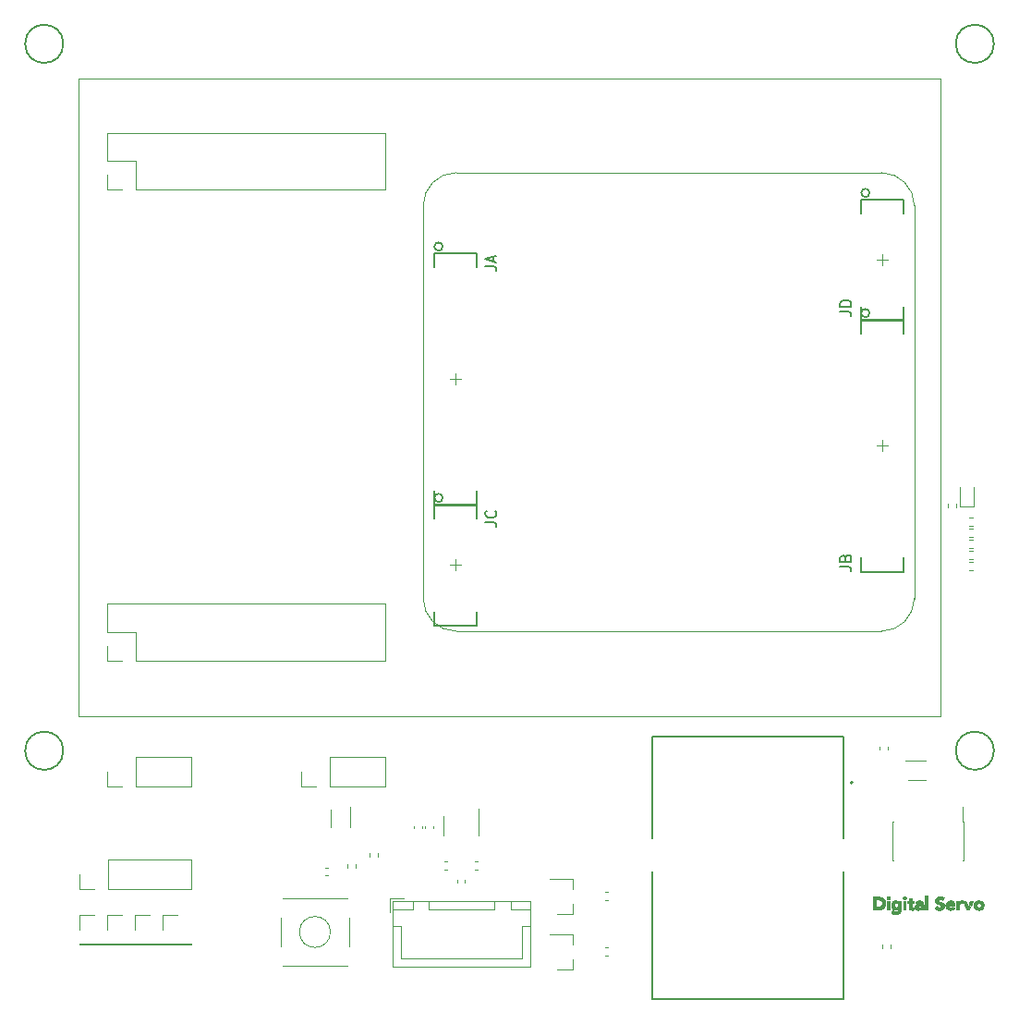
<source format=gbr>
G04 #@! TF.GenerationSoftware,KiCad,Pcbnew,(5.1.9)-1*
G04 #@! TF.CreationDate,2021-04-08T22:59:59+09:00*
G04 #@! TF.ProjectId,EA1176_TiGANBoard,45413131-3736-45f5-9469-47414e426f61,rev?*
G04 #@! TF.SameCoordinates,Original*
G04 #@! TF.FileFunction,Legend,Top*
G04 #@! TF.FilePolarity,Positive*
%FSLAX46Y46*%
G04 Gerber Fmt 4.6, Leading zero omitted, Abs format (unit mm)*
G04 Created by KiCad (PCBNEW (5.1.9)-1) date 2021-04-08 22:59:59*
%MOMM*%
%LPD*%
G01*
G04 APERTURE LIST*
%ADD10C,0.152400*%
%ADD11C,0.010000*%
%ADD12C,0.120000*%
%ADD13C,0.200000*%
%ADD14C,0.127000*%
%ADD15C,0.150000*%
G04 APERTURE END LIST*
D10*
X16455000Y36200000D02*
G75*
G03*
X16455000Y36200000I-1750000J0D01*
G01*
X-68835000Y36200000D02*
G75*
G03*
X-68835000Y36200000I-1750000J0D01*
G01*
X-68835000Y100960000D02*
G75*
G03*
X-68835000Y100960000I-1750000J0D01*
G01*
X16455000Y100960000D02*
G75*
G03*
X16455000Y100960000I-1750000J0D01*
G01*
D11*
G36*
X7424447Y22473663D02*
G01*
X7436661Y22473203D01*
X7447817Y22472522D01*
X7456715Y22471692D01*
X7484509Y22467389D01*
X7511970Y22461004D01*
X7538829Y22452642D01*
X7564812Y22442408D01*
X7589648Y22430409D01*
X7613065Y22416750D01*
X7632093Y22403583D01*
X7638425Y22398504D01*
X7645694Y22392126D01*
X7653439Y22384904D01*
X7661196Y22377293D01*
X7668505Y22369749D01*
X7674902Y22362726D01*
X7679925Y22356679D01*
X7680496Y22355931D01*
X7683577Y22352052D01*
X7686262Y22349052D01*
X7688141Y22347371D01*
X7688628Y22347162D01*
X7689008Y22347632D01*
X7689323Y22349160D01*
X7689578Y22351921D01*
X7689780Y22356091D01*
X7689932Y22361847D01*
X7690041Y22369364D01*
X7690110Y22378818D01*
X7690146Y22390386D01*
X7690153Y22400381D01*
X7690153Y22453600D01*
X7922381Y22453600D01*
X7922381Y22067292D01*
X7922377Y22026096D01*
X7922365Y21986967D01*
X7922345Y21949926D01*
X7922316Y21914993D01*
X7922280Y21882191D01*
X7922236Y21851539D01*
X7922183Y21823058D01*
X7922123Y21796770D01*
X7922056Y21772695D01*
X7921981Y21750854D01*
X7921898Y21731268D01*
X7921807Y21713958D01*
X7921709Y21698945D01*
X7921604Y21686249D01*
X7921492Y21675892D01*
X7921372Y21667895D01*
X7921245Y21662278D01*
X7921131Y21659380D01*
X7918170Y21622760D01*
X7913623Y21587930D01*
X7907471Y21554842D01*
X7899697Y21523445D01*
X7890284Y21493688D01*
X7879212Y21465522D01*
X7866466Y21438897D01*
X7852027Y21413763D01*
X7835878Y21390069D01*
X7818503Y21368346D01*
X7799636Y21348256D01*
X7779148Y21329826D01*
X7757013Y21313043D01*
X7733209Y21297898D01*
X7707713Y21284382D01*
X7680502Y21272482D01*
X7651552Y21262190D01*
X7620840Y21253495D01*
X7588343Y21246387D01*
X7554039Y21240854D01*
X7523238Y21237365D01*
X7517560Y21236947D01*
X7509911Y21236544D01*
X7500679Y21236165D01*
X7490251Y21235816D01*
X7479016Y21235506D01*
X7467362Y21235242D01*
X7455677Y21235031D01*
X7444348Y21234881D01*
X7433764Y21234800D01*
X7424313Y21234796D01*
X7416382Y21234875D01*
X7410359Y21235046D01*
X7408938Y21235119D01*
X7386517Y21236574D01*
X7366048Y21238167D01*
X7347065Y21239954D01*
X7329102Y21241993D01*
X7311694Y21244338D01*
X7294375Y21247047D01*
X7276679Y21250176D01*
X7263796Y21252650D01*
X7241712Y21257287D01*
X7221574Y21262126D01*
X7202908Y21267321D01*
X7185241Y21273024D01*
X7168100Y21279390D01*
X7151012Y21286573D01*
X7133503Y21294725D01*
X7131958Y21295479D01*
X7119443Y21301886D01*
X7106338Y21309105D01*
X7093086Y21316862D01*
X7080128Y21324879D01*
X7067904Y21332882D01*
X7056858Y21340594D01*
X7047429Y21347738D01*
X7044390Y21350224D01*
X7040280Y21353672D01*
X7109704Y21457312D01*
X7119260Y21471565D01*
X7128443Y21485238D01*
X7137163Y21498200D01*
X7145331Y21510317D01*
X7152856Y21521456D01*
X7159648Y21531485D01*
X7165617Y21540271D01*
X7170674Y21547682D01*
X7174729Y21553585D01*
X7177691Y21557847D01*
X7179471Y21560336D01*
X7179983Y21560961D01*
X7181212Y21560254D01*
X7183915Y21558325D01*
X7187685Y21555472D01*
X7191855Y21552203D01*
X7209448Y21538912D01*
X7228372Y21525910D01*
X7248107Y21513506D01*
X7268132Y21502008D01*
X7287927Y21491723D01*
X7306971Y21482960D01*
X7313267Y21480348D01*
X7337388Y21471780D01*
X7362970Y21464909D01*
X7390168Y21459695D01*
X7397448Y21458616D01*
X7404469Y21457866D01*
X7413380Y21457266D01*
X7423679Y21456821D01*
X7434862Y21456534D01*
X7446425Y21456408D01*
X7457867Y21456448D01*
X7468682Y21456656D01*
X7478369Y21457037D01*
X7486424Y21457593D01*
X7489977Y21457975D01*
X7511992Y21461460D01*
X7532121Y21466076D01*
X7550657Y21471905D01*
X7567894Y21479031D01*
X7572224Y21481119D01*
X7588473Y21490315D01*
X7603121Y21501052D01*
X7616701Y21513722D01*
X7617966Y21515053D01*
X7631314Y21530795D01*
X7642620Y21547541D01*
X7651954Y21565442D01*
X7659386Y21584646D01*
X7664986Y21605302D01*
X7667967Y21621448D01*
X7668523Y21625500D01*
X7668977Y21629818D01*
X7669339Y21634687D01*
X7669620Y21640392D01*
X7669829Y21647218D01*
X7669976Y21655449D01*
X7670071Y21665371D01*
X7670123Y21677268D01*
X7670137Y21684844D01*
X7670125Y21698894D01*
X7670054Y21710565D01*
X7669922Y21719898D01*
X7669728Y21726933D01*
X7669471Y21731710D01*
X7669151Y21734269D01*
X7668922Y21734758D01*
X7667697Y21734045D01*
X7665352Y21731783D01*
X7662242Y21728340D01*
X7659271Y21724771D01*
X7645714Y21709477D01*
X7630371Y21694933D01*
X7613839Y21681650D01*
X7596715Y21670138D01*
X7592222Y21667488D01*
X7576937Y21659590D01*
X7559697Y21652205D01*
X7540942Y21645475D01*
X7521108Y21639543D01*
X7500632Y21634549D01*
X7479952Y21630636D01*
X7477646Y21630272D01*
X7471308Y21629541D01*
X7463035Y21628962D01*
X7453308Y21628537D01*
X7442607Y21628270D01*
X7431411Y21628164D01*
X7420200Y21628220D01*
X7409454Y21628442D01*
X7399653Y21628833D01*
X7391278Y21629396D01*
X7387772Y21629743D01*
X7357825Y21633999D01*
X7329553Y21639816D01*
X7302713Y21647279D01*
X7277063Y21656473D01*
X7252359Y21667485D01*
X7228359Y21680401D01*
X7207553Y21693459D01*
X7193681Y21703121D01*
X7181211Y21712661D01*
X7169423Y21722682D01*
X7157593Y21733786D01*
X7149455Y21741958D01*
X7132837Y21760058D01*
X7117985Y21778528D01*
X7104533Y21797888D01*
X7092115Y21818662D01*
X7081737Y21838557D01*
X7070391Y21863271D01*
X7060926Y21887542D01*
X7053154Y21911980D01*
X7046888Y21937194D01*
X7041940Y21963793D01*
X7040760Y21971605D01*
X7039007Y21984840D01*
X7037679Y21997456D01*
X7036749Y22010011D01*
X7036187Y22023067D01*
X7035963Y22037183D01*
X7036036Y22050829D01*
X7287429Y22050829D01*
X7288606Y22029155D01*
X7292082Y22008035D01*
X7297775Y21987599D01*
X7305603Y21967975D01*
X7315484Y21949292D01*
X7327336Y21931680D01*
X7341076Y21915266D01*
X7356623Y21900180D01*
X7373894Y21886550D01*
X7392807Y21874506D01*
X7403391Y21868848D01*
X7422802Y21860455D01*
X7442976Y21854314D01*
X7463719Y21850459D01*
X7484833Y21848921D01*
X7506124Y21849733D01*
X7513589Y21850580D01*
X7533854Y21854308D01*
X7553222Y21860029D01*
X7572005Y21867863D01*
X7590513Y21877930D01*
X7599579Y21883716D01*
X7617746Y21897234D01*
X7634019Y21912206D01*
X7648352Y21928573D01*
X7660700Y21946276D01*
X7671017Y21965256D01*
X7679259Y21985453D01*
X7680394Y21988830D01*
X7683556Y21999104D01*
X7685934Y22008384D01*
X7687624Y22017328D01*
X7688725Y22026596D01*
X7689332Y22036844D01*
X7689544Y22048730D01*
X7689548Y22050829D01*
X7689390Y22063039D01*
X7688853Y22073505D01*
X7687837Y22082885D01*
X7686248Y22091837D01*
X7683987Y22101019D01*
X7680956Y22111090D01*
X7680394Y22112828D01*
X7672492Y22133217D01*
X7662507Y22152397D01*
X7650485Y22170311D01*
X7636469Y22186898D01*
X7620507Y22202099D01*
X7602644Y22215856D01*
X7599579Y22217941D01*
X7580148Y22229577D01*
X7560186Y22238869D01*
X7539745Y22245807D01*
X7518881Y22250380D01*
X7497645Y22252577D01*
X7476093Y22252388D01*
X7454277Y22249802D01*
X7447402Y22248498D01*
X7429947Y22243796D01*
X7412296Y22236953D01*
X7394806Y22228186D01*
X7377832Y22217708D01*
X7361732Y22205734D01*
X7346862Y22192480D01*
X7336693Y22181785D01*
X7323586Y22165112D01*
X7312353Y22147049D01*
X7303087Y22127840D01*
X7295881Y22107731D01*
X7290825Y22086966D01*
X7288013Y22065789D01*
X7287429Y22050829D01*
X7036036Y22050829D01*
X7036048Y22052920D01*
X7036162Y22059774D01*
X7036819Y22080120D01*
X7038019Y22098722D01*
X7039845Y22116214D01*
X7042380Y22133226D01*
X7045707Y22150391D01*
X7049910Y22168341D01*
X7050964Y22172475D01*
X7060164Y22203818D01*
X7071204Y22233890D01*
X7084028Y22262607D01*
X7098578Y22289885D01*
X7114799Y22315640D01*
X7132634Y22339790D01*
X7152025Y22362251D01*
X7172916Y22382938D01*
X7195250Y22401770D01*
X7217573Y22417746D01*
X7240067Y22431579D01*
X7262339Y22443239D01*
X7284762Y22452852D01*
X7307709Y22460547D01*
X7331551Y22466452D01*
X7356662Y22470693D01*
X7378854Y22473052D01*
X7388379Y22473596D01*
X7399614Y22473872D01*
X7411867Y22473890D01*
X7424447Y22473663D01*
G37*
X7424447Y22473663D02*
X7436661Y22473203D01*
X7447817Y22472522D01*
X7456715Y22471692D01*
X7484509Y22467389D01*
X7511970Y22461004D01*
X7538829Y22452642D01*
X7564812Y22442408D01*
X7589648Y22430409D01*
X7613065Y22416750D01*
X7632093Y22403583D01*
X7638425Y22398504D01*
X7645694Y22392126D01*
X7653439Y22384904D01*
X7661196Y22377293D01*
X7668505Y22369749D01*
X7674902Y22362726D01*
X7679925Y22356679D01*
X7680496Y22355931D01*
X7683577Y22352052D01*
X7686262Y22349052D01*
X7688141Y22347371D01*
X7688628Y22347162D01*
X7689008Y22347632D01*
X7689323Y22349160D01*
X7689578Y22351921D01*
X7689780Y22356091D01*
X7689932Y22361847D01*
X7690041Y22369364D01*
X7690110Y22378818D01*
X7690146Y22390386D01*
X7690153Y22400381D01*
X7690153Y22453600D01*
X7922381Y22453600D01*
X7922381Y22067292D01*
X7922377Y22026096D01*
X7922365Y21986967D01*
X7922345Y21949926D01*
X7922316Y21914993D01*
X7922280Y21882191D01*
X7922236Y21851539D01*
X7922183Y21823058D01*
X7922123Y21796770D01*
X7922056Y21772695D01*
X7921981Y21750854D01*
X7921898Y21731268D01*
X7921807Y21713958D01*
X7921709Y21698945D01*
X7921604Y21686249D01*
X7921492Y21675892D01*
X7921372Y21667895D01*
X7921245Y21662278D01*
X7921131Y21659380D01*
X7918170Y21622760D01*
X7913623Y21587930D01*
X7907471Y21554842D01*
X7899697Y21523445D01*
X7890284Y21493688D01*
X7879212Y21465522D01*
X7866466Y21438897D01*
X7852027Y21413763D01*
X7835878Y21390069D01*
X7818503Y21368346D01*
X7799636Y21348256D01*
X7779148Y21329826D01*
X7757013Y21313043D01*
X7733209Y21297898D01*
X7707713Y21284382D01*
X7680502Y21272482D01*
X7651552Y21262190D01*
X7620840Y21253495D01*
X7588343Y21246387D01*
X7554039Y21240854D01*
X7523238Y21237365D01*
X7517560Y21236947D01*
X7509911Y21236544D01*
X7500679Y21236165D01*
X7490251Y21235816D01*
X7479016Y21235506D01*
X7467362Y21235242D01*
X7455677Y21235031D01*
X7444348Y21234881D01*
X7433764Y21234800D01*
X7424313Y21234796D01*
X7416382Y21234875D01*
X7410359Y21235046D01*
X7408938Y21235119D01*
X7386517Y21236574D01*
X7366048Y21238167D01*
X7347065Y21239954D01*
X7329102Y21241993D01*
X7311694Y21244338D01*
X7294375Y21247047D01*
X7276679Y21250176D01*
X7263796Y21252650D01*
X7241712Y21257287D01*
X7221574Y21262126D01*
X7202908Y21267321D01*
X7185241Y21273024D01*
X7168100Y21279390D01*
X7151012Y21286573D01*
X7133503Y21294725D01*
X7131958Y21295479D01*
X7119443Y21301886D01*
X7106338Y21309105D01*
X7093086Y21316862D01*
X7080128Y21324879D01*
X7067904Y21332882D01*
X7056858Y21340594D01*
X7047429Y21347738D01*
X7044390Y21350224D01*
X7040280Y21353672D01*
X7109704Y21457312D01*
X7119260Y21471565D01*
X7128443Y21485238D01*
X7137163Y21498200D01*
X7145331Y21510317D01*
X7152856Y21521456D01*
X7159648Y21531485D01*
X7165617Y21540271D01*
X7170674Y21547682D01*
X7174729Y21553585D01*
X7177691Y21557847D01*
X7179471Y21560336D01*
X7179983Y21560961D01*
X7181212Y21560254D01*
X7183915Y21558325D01*
X7187685Y21555472D01*
X7191855Y21552203D01*
X7209448Y21538912D01*
X7228372Y21525910D01*
X7248107Y21513506D01*
X7268132Y21502008D01*
X7287927Y21491723D01*
X7306971Y21482960D01*
X7313267Y21480348D01*
X7337388Y21471780D01*
X7362970Y21464909D01*
X7390168Y21459695D01*
X7397448Y21458616D01*
X7404469Y21457866D01*
X7413380Y21457266D01*
X7423679Y21456821D01*
X7434862Y21456534D01*
X7446425Y21456408D01*
X7457867Y21456448D01*
X7468682Y21456656D01*
X7478369Y21457037D01*
X7486424Y21457593D01*
X7489977Y21457975D01*
X7511992Y21461460D01*
X7532121Y21466076D01*
X7550657Y21471905D01*
X7567894Y21479031D01*
X7572224Y21481119D01*
X7588473Y21490315D01*
X7603121Y21501052D01*
X7616701Y21513722D01*
X7617966Y21515053D01*
X7631314Y21530795D01*
X7642620Y21547541D01*
X7651954Y21565442D01*
X7659386Y21584646D01*
X7664986Y21605302D01*
X7667967Y21621448D01*
X7668523Y21625500D01*
X7668977Y21629818D01*
X7669339Y21634687D01*
X7669620Y21640392D01*
X7669829Y21647218D01*
X7669976Y21655449D01*
X7670071Y21665371D01*
X7670123Y21677268D01*
X7670137Y21684844D01*
X7670125Y21698894D01*
X7670054Y21710565D01*
X7669922Y21719898D01*
X7669728Y21726933D01*
X7669471Y21731710D01*
X7669151Y21734269D01*
X7668922Y21734758D01*
X7667697Y21734045D01*
X7665352Y21731783D01*
X7662242Y21728340D01*
X7659271Y21724771D01*
X7645714Y21709477D01*
X7630371Y21694933D01*
X7613839Y21681650D01*
X7596715Y21670138D01*
X7592222Y21667488D01*
X7576937Y21659590D01*
X7559697Y21652205D01*
X7540942Y21645475D01*
X7521108Y21639543D01*
X7500632Y21634549D01*
X7479952Y21630636D01*
X7477646Y21630272D01*
X7471308Y21629541D01*
X7463035Y21628962D01*
X7453308Y21628537D01*
X7442607Y21628270D01*
X7431411Y21628164D01*
X7420200Y21628220D01*
X7409454Y21628442D01*
X7399653Y21628833D01*
X7391278Y21629396D01*
X7387772Y21629743D01*
X7357825Y21633999D01*
X7329553Y21639816D01*
X7302713Y21647279D01*
X7277063Y21656473D01*
X7252359Y21667485D01*
X7228359Y21680401D01*
X7207553Y21693459D01*
X7193681Y21703121D01*
X7181211Y21712661D01*
X7169423Y21722682D01*
X7157593Y21733786D01*
X7149455Y21741958D01*
X7132837Y21760058D01*
X7117985Y21778528D01*
X7104533Y21797888D01*
X7092115Y21818662D01*
X7081737Y21838557D01*
X7070391Y21863271D01*
X7060926Y21887542D01*
X7053154Y21911980D01*
X7046888Y21937194D01*
X7041940Y21963793D01*
X7040760Y21971605D01*
X7039007Y21984840D01*
X7037679Y21997456D01*
X7036749Y22010011D01*
X7036187Y22023067D01*
X7035963Y22037183D01*
X7036036Y22050829D01*
X7287429Y22050829D01*
X7288606Y22029155D01*
X7292082Y22008035D01*
X7297775Y21987599D01*
X7305603Y21967975D01*
X7315484Y21949292D01*
X7327336Y21931680D01*
X7341076Y21915266D01*
X7356623Y21900180D01*
X7373894Y21886550D01*
X7392807Y21874506D01*
X7403391Y21868848D01*
X7422802Y21860455D01*
X7442976Y21854314D01*
X7463719Y21850459D01*
X7484833Y21848921D01*
X7506124Y21849733D01*
X7513589Y21850580D01*
X7533854Y21854308D01*
X7553222Y21860029D01*
X7572005Y21867863D01*
X7590513Y21877930D01*
X7599579Y21883716D01*
X7617746Y21897234D01*
X7634019Y21912206D01*
X7648352Y21928573D01*
X7660700Y21946276D01*
X7671017Y21965256D01*
X7679259Y21985453D01*
X7680394Y21988830D01*
X7683556Y21999104D01*
X7685934Y22008384D01*
X7687624Y22017328D01*
X7688725Y22026596D01*
X7689332Y22036844D01*
X7689544Y22048730D01*
X7689548Y22050829D01*
X7689390Y22063039D01*
X7688853Y22073505D01*
X7687837Y22082885D01*
X7686248Y22091837D01*
X7683987Y22101019D01*
X7680956Y22111090D01*
X7680394Y22112828D01*
X7672492Y22133217D01*
X7662507Y22152397D01*
X7650485Y22170311D01*
X7636469Y22186898D01*
X7620507Y22202099D01*
X7602644Y22215856D01*
X7599579Y22217941D01*
X7580148Y22229577D01*
X7560186Y22238869D01*
X7539745Y22245807D01*
X7518881Y22250380D01*
X7497645Y22252577D01*
X7476093Y22252388D01*
X7454277Y22249802D01*
X7447402Y22248498D01*
X7429947Y22243796D01*
X7412296Y22236953D01*
X7394806Y22228186D01*
X7377832Y22217708D01*
X7361732Y22205734D01*
X7346862Y22192480D01*
X7336693Y22181785D01*
X7323586Y22165112D01*
X7312353Y22147049D01*
X7303087Y22127840D01*
X7295881Y22107731D01*
X7290825Y22086966D01*
X7288013Y22065789D01*
X7287429Y22050829D01*
X7036036Y22050829D01*
X7036048Y22052920D01*
X7036162Y22059774D01*
X7036819Y22080120D01*
X7038019Y22098722D01*
X7039845Y22116214D01*
X7042380Y22133226D01*
X7045707Y22150391D01*
X7049910Y22168341D01*
X7050964Y22172475D01*
X7060164Y22203818D01*
X7071204Y22233890D01*
X7084028Y22262607D01*
X7098578Y22289885D01*
X7114799Y22315640D01*
X7132634Y22339790D01*
X7152025Y22362251D01*
X7172916Y22382938D01*
X7195250Y22401770D01*
X7217573Y22417746D01*
X7240067Y22431579D01*
X7262339Y22443239D01*
X7284762Y22452852D01*
X7307709Y22460547D01*
X7331551Y22466452D01*
X7356662Y22470693D01*
X7378854Y22473052D01*
X7388379Y22473596D01*
X7399614Y22473872D01*
X7411867Y22473890D01*
X7424447Y22473663D01*
G36*
X11531866Y22856030D02*
G01*
X11543693Y22855788D01*
X11553982Y22855359D01*
X11555186Y22855288D01*
X11593391Y22852040D01*
X11629951Y22847050D01*
X11664921Y22840297D01*
X11698352Y22831762D01*
X11730299Y22821425D01*
X11760814Y22809266D01*
X11789952Y22795266D01*
X11817765Y22779404D01*
X11844308Y22761661D01*
X11869632Y22742018D01*
X11876154Y22736484D01*
X11881220Y22732106D01*
X11794592Y22637303D01*
X11782776Y22624374D01*
X11771375Y22611904D01*
X11760502Y22600014D01*
X11750267Y22588825D01*
X11740781Y22578460D01*
X11732157Y22569040D01*
X11724504Y22560686D01*
X11717935Y22553520D01*
X11712561Y22547663D01*
X11708492Y22543238D01*
X11705841Y22540364D01*
X11704747Y22539194D01*
X11701531Y22535887D01*
X11687021Y22550143D01*
X11674732Y22561314D01*
X11661889Y22571130D01*
X11648171Y22579759D01*
X11633257Y22587371D01*
X11616825Y22594133D01*
X11598556Y22600216D01*
X11584291Y22604215D01*
X11558452Y22609886D01*
X11533130Y22613209D01*
X11508257Y22614182D01*
X11483762Y22612805D01*
X11459578Y22609076D01*
X11435634Y22602993D01*
X11429987Y22601207D01*
X11411471Y22594210D01*
X11394802Y22586011D01*
X11380045Y22576665D01*
X11367269Y22566229D01*
X11356539Y22554760D01*
X11347922Y22542314D01*
X11341485Y22528947D01*
X11340054Y22524962D01*
X11336861Y22512147D01*
X11335312Y22498291D01*
X11335380Y22484016D01*
X11337038Y22469945D01*
X11340258Y22456699D01*
X11343445Y22448209D01*
X11348113Y22438976D01*
X11353677Y22430591D01*
X11360416Y22422773D01*
X11368608Y22415244D01*
X11378531Y22407723D01*
X11390463Y22399933D01*
X11393110Y22398321D01*
X11401090Y22393659D01*
X11409315Y22389173D01*
X11417948Y22384802D01*
X11427149Y22380487D01*
X11437080Y22376170D01*
X11447901Y22371791D01*
X11459774Y22367291D01*
X11472859Y22362611D01*
X11487318Y22357691D01*
X11503312Y22352472D01*
X11521002Y22346896D01*
X11540549Y22340902D01*
X11562114Y22334432D01*
X11585858Y22327427D01*
X11586490Y22327241D01*
X11604174Y22321993D01*
X11619836Y22317182D01*
X11633806Y22312686D01*
X11646414Y22308380D01*
X11657990Y22304141D01*
X11668865Y22299845D01*
X11679370Y22295367D01*
X11689835Y22290585D01*
X11700590Y22285374D01*
X11707586Y22281855D01*
X11727319Y22271321D01*
X11745028Y22260793D01*
X11761095Y22250005D01*
X11775901Y22238690D01*
X11789825Y22226583D01*
X11798380Y22218366D01*
X11815909Y22199665D01*
X11831114Y22180748D01*
X11844092Y22161445D01*
X11854937Y22141587D01*
X11863745Y22121004D01*
X11870611Y22099528D01*
X11874459Y22083147D01*
X11876414Y22073131D01*
X11877988Y22064173D01*
X11879221Y22055810D01*
X11880154Y22047580D01*
X11880825Y22039023D01*
X11881276Y22029677D01*
X11881545Y22019080D01*
X11881673Y22006770D01*
X11881697Y21999424D01*
X11881675Y21986214D01*
X11881543Y21974964D01*
X11881270Y21965216D01*
X11880824Y21956512D01*
X11880174Y21948395D01*
X11879286Y21940407D01*
X11878131Y21932089D01*
X11876676Y21922985D01*
X11876227Y21920324D01*
X11870148Y21891724D01*
X11861837Y21864036D01*
X11851326Y21837323D01*
X11838649Y21811649D01*
X11823838Y21787076D01*
X11806926Y21763668D01*
X11787946Y21741489D01*
X11777721Y21730910D01*
X11756083Y21711099D01*
X11732726Y21692978D01*
X11707672Y21676556D01*
X11680939Y21661839D01*
X11652550Y21648837D01*
X11622522Y21637556D01*
X11590878Y21628006D01*
X11557637Y21620193D01*
X11522819Y21614126D01*
X11486444Y21609812D01*
X11465702Y21608185D01*
X11457820Y21607793D01*
X11448115Y21607495D01*
X11437182Y21607294D01*
X11425615Y21607194D01*
X11414008Y21607197D01*
X11402956Y21607307D01*
X11393053Y21607527D01*
X11386458Y21607778D01*
X11378588Y21608266D01*
X11369015Y21609029D01*
X11358429Y21609997D01*
X11347522Y21611102D01*
X11336984Y21612274D01*
X11327507Y21613443D01*
X11321143Y21614332D01*
X11285067Y21620762D01*
X11250505Y21629015D01*
X11217306Y21639158D01*
X11185316Y21651264D01*
X11154383Y21665400D01*
X11124353Y21681638D01*
X11095073Y21700047D01*
X11066391Y21720696D01*
X11038459Y21743393D01*
X11023684Y21756085D01*
X11027494Y21760431D01*
X11028808Y21761897D01*
X11031641Y21765030D01*
X11035882Y21769711D01*
X11041422Y21775818D01*
X11048150Y21783229D01*
X11055956Y21791824D01*
X11064731Y21801482D01*
X11074364Y21812082D01*
X11084747Y21823502D01*
X11095767Y21835622D01*
X11107317Y21848321D01*
X11119285Y21861477D01*
X11120778Y21863117D01*
X11135311Y21879081D01*
X11148304Y21893326D01*
X11159830Y21905936D01*
X11169968Y21916990D01*
X11178792Y21926570D01*
X11186379Y21934756D01*
X11192805Y21941631D01*
X11198146Y21947274D01*
X11202479Y21951768D01*
X11205879Y21955192D01*
X11208423Y21957629D01*
X11210187Y21959159D01*
X11211246Y21959863D01*
X11211645Y21959879D01*
X11212958Y21958342D01*
X11215438Y21955398D01*
X11218707Y21951496D01*
X11221705Y21947905D01*
X11237873Y21930364D01*
X11255815Y21914292D01*
X11275317Y21899773D01*
X11296167Y21886894D01*
X11318152Y21875743D01*
X11341059Y21866405D01*
X11364676Y21858967D01*
X11388790Y21853515D01*
X11413188Y21850135D01*
X11437657Y21848915D01*
X11461985Y21849941D01*
X11462614Y21849998D01*
X11484903Y21852867D01*
X11505945Y21857200D01*
X11525613Y21862937D01*
X11543779Y21870018D01*
X11560316Y21878383D01*
X11575097Y21887972D01*
X11587994Y21898726D01*
X11598879Y21910583D01*
X11603019Y21916163D01*
X11609579Y21926834D01*
X11614392Y21937546D01*
X11617591Y21948786D01*
X11619306Y21961045D01*
X11619667Y21974811D01*
X11619578Y21978076D01*
X11618338Y21992848D01*
X11615626Y22006239D01*
X11611303Y22018478D01*
X11605227Y22029794D01*
X11597260Y22040417D01*
X11587260Y22050575D01*
X11575088Y22060500D01*
X11564862Y22067654D01*
X11552892Y22075085D01*
X11539215Y22082728D01*
X11524484Y22090253D01*
X11509351Y22097333D01*
X11494468Y22103641D01*
X11489267Y22105670D01*
X11481253Y22108632D01*
X11471242Y22112189D01*
X11459552Y22116236D01*
X11446503Y22120667D01*
X11432412Y22125376D01*
X11417598Y22130259D01*
X11402379Y22135208D01*
X11387074Y22140118D01*
X11372002Y22144884D01*
X11358034Y22149229D01*
X11337398Y22155731D01*
X11318783Y22161915D01*
X11301836Y22167925D01*
X11286202Y22173905D01*
X11271529Y22180000D01*
X11257462Y22186354D01*
X11243649Y22193112D01*
X11229736Y22200417D01*
X11221358Y22205031D01*
X11203905Y22215236D01*
X11188305Y22225356D01*
X11174040Y22235785D01*
X11160590Y22246915D01*
X11147437Y22259138D01*
X11140319Y22266285D01*
X11124837Y22283156D01*
X11111373Y22299944D01*
X11099813Y22316919D01*
X11090044Y22334348D01*
X11081953Y22352498D01*
X11075426Y22371638D01*
X11070351Y22392036D01*
X11066613Y22413959D01*
X11064100Y22437675D01*
X11063389Y22448111D01*
X11062713Y22477602D01*
X11064108Y22506647D01*
X11067537Y22535068D01*
X11072962Y22562684D01*
X11080346Y22589316D01*
X11089652Y22614783D01*
X11100842Y22638905D01*
X11104229Y22645250D01*
X11119603Y22670748D01*
X11136838Y22694729D01*
X11155893Y22717170D01*
X11176725Y22738043D01*
X11199290Y22757326D01*
X11223547Y22774992D01*
X11249451Y22791016D01*
X11276962Y22805374D01*
X11306035Y22818040D01*
X11336629Y22828989D01*
X11368700Y22838197D01*
X11402205Y22845638D01*
X11437103Y22851287D01*
X11460238Y22853959D01*
X11469432Y22854684D01*
X11480476Y22855267D01*
X11492807Y22855701D01*
X11505858Y22855978D01*
X11519066Y22856090D01*
X11531866Y22856030D01*
G37*
X11531866Y22856030D02*
X11543693Y22855788D01*
X11553982Y22855359D01*
X11555186Y22855288D01*
X11593391Y22852040D01*
X11629951Y22847050D01*
X11664921Y22840297D01*
X11698352Y22831762D01*
X11730299Y22821425D01*
X11760814Y22809266D01*
X11789952Y22795266D01*
X11817765Y22779404D01*
X11844308Y22761661D01*
X11869632Y22742018D01*
X11876154Y22736484D01*
X11881220Y22732106D01*
X11794592Y22637303D01*
X11782776Y22624374D01*
X11771375Y22611904D01*
X11760502Y22600014D01*
X11750267Y22588825D01*
X11740781Y22578460D01*
X11732157Y22569040D01*
X11724504Y22560686D01*
X11717935Y22553520D01*
X11712561Y22547663D01*
X11708492Y22543238D01*
X11705841Y22540364D01*
X11704747Y22539194D01*
X11701531Y22535887D01*
X11687021Y22550143D01*
X11674732Y22561314D01*
X11661889Y22571130D01*
X11648171Y22579759D01*
X11633257Y22587371D01*
X11616825Y22594133D01*
X11598556Y22600216D01*
X11584291Y22604215D01*
X11558452Y22609886D01*
X11533130Y22613209D01*
X11508257Y22614182D01*
X11483762Y22612805D01*
X11459578Y22609076D01*
X11435634Y22602993D01*
X11429987Y22601207D01*
X11411471Y22594210D01*
X11394802Y22586011D01*
X11380045Y22576665D01*
X11367269Y22566229D01*
X11356539Y22554760D01*
X11347922Y22542314D01*
X11341485Y22528947D01*
X11340054Y22524962D01*
X11336861Y22512147D01*
X11335312Y22498291D01*
X11335380Y22484016D01*
X11337038Y22469945D01*
X11340258Y22456699D01*
X11343445Y22448209D01*
X11348113Y22438976D01*
X11353677Y22430591D01*
X11360416Y22422773D01*
X11368608Y22415244D01*
X11378531Y22407723D01*
X11390463Y22399933D01*
X11393110Y22398321D01*
X11401090Y22393659D01*
X11409315Y22389173D01*
X11417948Y22384802D01*
X11427149Y22380487D01*
X11437080Y22376170D01*
X11447901Y22371791D01*
X11459774Y22367291D01*
X11472859Y22362611D01*
X11487318Y22357691D01*
X11503312Y22352472D01*
X11521002Y22346896D01*
X11540549Y22340902D01*
X11562114Y22334432D01*
X11585858Y22327427D01*
X11586490Y22327241D01*
X11604174Y22321993D01*
X11619836Y22317182D01*
X11633806Y22312686D01*
X11646414Y22308380D01*
X11657990Y22304141D01*
X11668865Y22299845D01*
X11679370Y22295367D01*
X11689835Y22290585D01*
X11700590Y22285374D01*
X11707586Y22281855D01*
X11727319Y22271321D01*
X11745028Y22260793D01*
X11761095Y22250005D01*
X11775901Y22238690D01*
X11789825Y22226583D01*
X11798380Y22218366D01*
X11815909Y22199665D01*
X11831114Y22180748D01*
X11844092Y22161445D01*
X11854937Y22141587D01*
X11863745Y22121004D01*
X11870611Y22099528D01*
X11874459Y22083147D01*
X11876414Y22073131D01*
X11877988Y22064173D01*
X11879221Y22055810D01*
X11880154Y22047580D01*
X11880825Y22039023D01*
X11881276Y22029677D01*
X11881545Y22019080D01*
X11881673Y22006770D01*
X11881697Y21999424D01*
X11881675Y21986214D01*
X11881543Y21974964D01*
X11881270Y21965216D01*
X11880824Y21956512D01*
X11880174Y21948395D01*
X11879286Y21940407D01*
X11878131Y21932089D01*
X11876676Y21922985D01*
X11876227Y21920324D01*
X11870148Y21891724D01*
X11861837Y21864036D01*
X11851326Y21837323D01*
X11838649Y21811649D01*
X11823838Y21787076D01*
X11806926Y21763668D01*
X11787946Y21741489D01*
X11777721Y21730910D01*
X11756083Y21711099D01*
X11732726Y21692978D01*
X11707672Y21676556D01*
X11680939Y21661839D01*
X11652550Y21648837D01*
X11622522Y21637556D01*
X11590878Y21628006D01*
X11557637Y21620193D01*
X11522819Y21614126D01*
X11486444Y21609812D01*
X11465702Y21608185D01*
X11457820Y21607793D01*
X11448115Y21607495D01*
X11437182Y21607294D01*
X11425615Y21607194D01*
X11414008Y21607197D01*
X11402956Y21607307D01*
X11393053Y21607527D01*
X11386458Y21607778D01*
X11378588Y21608266D01*
X11369015Y21609029D01*
X11358429Y21609997D01*
X11347522Y21611102D01*
X11336984Y21612274D01*
X11327507Y21613443D01*
X11321143Y21614332D01*
X11285067Y21620762D01*
X11250505Y21629015D01*
X11217306Y21639158D01*
X11185316Y21651264D01*
X11154383Y21665400D01*
X11124353Y21681638D01*
X11095073Y21700047D01*
X11066391Y21720696D01*
X11038459Y21743393D01*
X11023684Y21756085D01*
X11027494Y21760431D01*
X11028808Y21761897D01*
X11031641Y21765030D01*
X11035882Y21769711D01*
X11041422Y21775818D01*
X11048150Y21783229D01*
X11055956Y21791824D01*
X11064731Y21801482D01*
X11074364Y21812082D01*
X11084747Y21823502D01*
X11095767Y21835622D01*
X11107317Y21848321D01*
X11119285Y21861477D01*
X11120778Y21863117D01*
X11135311Y21879081D01*
X11148304Y21893326D01*
X11159830Y21905936D01*
X11169968Y21916990D01*
X11178792Y21926570D01*
X11186379Y21934756D01*
X11192805Y21941631D01*
X11198146Y21947274D01*
X11202479Y21951768D01*
X11205879Y21955192D01*
X11208423Y21957629D01*
X11210187Y21959159D01*
X11211246Y21959863D01*
X11211645Y21959879D01*
X11212958Y21958342D01*
X11215438Y21955398D01*
X11218707Y21951496D01*
X11221705Y21947905D01*
X11237873Y21930364D01*
X11255815Y21914292D01*
X11275317Y21899773D01*
X11296167Y21886894D01*
X11318152Y21875743D01*
X11341059Y21866405D01*
X11364676Y21858967D01*
X11388790Y21853515D01*
X11413188Y21850135D01*
X11437657Y21848915D01*
X11461985Y21849941D01*
X11462614Y21849998D01*
X11484903Y21852867D01*
X11505945Y21857200D01*
X11525613Y21862937D01*
X11543779Y21870018D01*
X11560316Y21878383D01*
X11575097Y21887972D01*
X11587994Y21898726D01*
X11598879Y21910583D01*
X11603019Y21916163D01*
X11609579Y21926834D01*
X11614392Y21937546D01*
X11617591Y21948786D01*
X11619306Y21961045D01*
X11619667Y21974811D01*
X11619578Y21978076D01*
X11618338Y21992848D01*
X11615626Y22006239D01*
X11611303Y22018478D01*
X11605227Y22029794D01*
X11597260Y22040417D01*
X11587260Y22050575D01*
X11575088Y22060500D01*
X11564862Y22067654D01*
X11552892Y22075085D01*
X11539215Y22082728D01*
X11524484Y22090253D01*
X11509351Y22097333D01*
X11494468Y22103641D01*
X11489267Y22105670D01*
X11481253Y22108632D01*
X11471242Y22112189D01*
X11459552Y22116236D01*
X11446503Y22120667D01*
X11432412Y22125376D01*
X11417598Y22130259D01*
X11402379Y22135208D01*
X11387074Y22140118D01*
X11372002Y22144884D01*
X11358034Y22149229D01*
X11337398Y22155731D01*
X11318783Y22161915D01*
X11301836Y22167925D01*
X11286202Y22173905D01*
X11271529Y22180000D01*
X11257462Y22186354D01*
X11243649Y22193112D01*
X11229736Y22200417D01*
X11221358Y22205031D01*
X11203905Y22215236D01*
X11188305Y22225356D01*
X11174040Y22235785D01*
X11160590Y22246915D01*
X11147437Y22259138D01*
X11140319Y22266285D01*
X11124837Y22283156D01*
X11111373Y22299944D01*
X11099813Y22316919D01*
X11090044Y22334348D01*
X11081953Y22352498D01*
X11075426Y22371638D01*
X11070351Y22392036D01*
X11066613Y22413959D01*
X11064100Y22437675D01*
X11063389Y22448111D01*
X11062713Y22477602D01*
X11064108Y22506647D01*
X11067537Y22535068D01*
X11072962Y22562684D01*
X11080346Y22589316D01*
X11089652Y22614783D01*
X11100842Y22638905D01*
X11104229Y22645250D01*
X11119603Y22670748D01*
X11136838Y22694729D01*
X11155893Y22717170D01*
X11176725Y22738043D01*
X11199290Y22757326D01*
X11223547Y22774992D01*
X11249451Y22791016D01*
X11276962Y22805374D01*
X11306035Y22818040D01*
X11336629Y22828989D01*
X11368700Y22838197D01*
X11402205Y22845638D01*
X11437103Y22851287D01*
X11460238Y22853959D01*
X11469432Y22854684D01*
X11480476Y22855267D01*
X11492807Y22855701D01*
X11505858Y22855978D01*
X11519066Y22856090D01*
X11531866Y22856030D01*
G36*
X8894838Y22453600D02*
G01*
X9116181Y22453600D01*
X9116181Y22251610D01*
X8894838Y22251610D01*
X8894838Y22105786D01*
X8894845Y22080782D01*
X8894867Y22058064D01*
X8894912Y22037501D01*
X8894986Y22018961D01*
X8895094Y22002311D01*
X8895242Y21987419D01*
X8895437Y21974153D01*
X8895685Y21962382D01*
X8895992Y21951971D01*
X8896364Y21942791D01*
X8896807Y21934707D01*
X8897326Y21927589D01*
X8897929Y21921304D01*
X8898621Y21915720D01*
X8899408Y21910705D01*
X8900296Y21906126D01*
X8901291Y21901852D01*
X8902400Y21897749D01*
X8903629Y21893687D01*
X8904723Y21890312D01*
X8910054Y21877111D01*
X8916761Y21865690D01*
X8924971Y21855944D01*
X8934808Y21847768D01*
X8946401Y21841056D01*
X8959873Y21835704D01*
X8974719Y21831740D01*
X8979336Y21830805D01*
X8983640Y21830108D01*
X8988112Y21829616D01*
X8993231Y21829297D01*
X8999477Y21829117D01*
X9007328Y21829044D01*
X9013977Y21829037D01*
X9034521Y21829475D01*
X9052864Y21830751D01*
X9069081Y21832879D01*
X9083247Y21835873D01*
X9095434Y21839748D01*
X9105718Y21844517D01*
X9110704Y21847605D01*
X9116181Y21851374D01*
X9116181Y21641196D01*
X9101969Y21636786D01*
X9086750Y21632393D01*
X9071392Y21628652D01*
X9055503Y21625503D01*
X9038692Y21622882D01*
X9020570Y21620726D01*
X9000743Y21618974D01*
X8983738Y21617840D01*
X8975666Y21617466D01*
X8965998Y21617180D01*
X8955311Y21616982D01*
X8944180Y21616878D01*
X8933181Y21616869D01*
X8922890Y21616958D01*
X8913883Y21617150D01*
X8906934Y21617434D01*
X8889012Y21618846D01*
X8870634Y21621031D01*
X8852298Y21623896D01*
X8834502Y21627347D01*
X8817743Y21631289D01*
X8802518Y21635628D01*
X8792342Y21639111D01*
X8769462Y21648706D01*
X8748551Y21659686D01*
X8729577Y21672073D01*
X8712509Y21685890D01*
X8697317Y21701160D01*
X8683970Y21717906D01*
X8682068Y21720629D01*
X8672476Y21735871D01*
X8664408Y21751531D01*
X8657689Y21768048D01*
X8652148Y21785861D01*
X8647610Y21805409D01*
X8646591Y21810738D01*
X8643922Y21825253D01*
X8643557Y22038431D01*
X8643193Y22251610D01*
X8481181Y22251610D01*
X8481181Y22453600D01*
X8643258Y22453600D01*
X8643258Y22695505D01*
X8894838Y22695505D01*
X8894838Y22453600D01*
G37*
X8894838Y22453600D02*
X9116181Y22453600D01*
X9116181Y22251610D01*
X8894838Y22251610D01*
X8894838Y22105786D01*
X8894845Y22080782D01*
X8894867Y22058064D01*
X8894912Y22037501D01*
X8894986Y22018961D01*
X8895094Y22002311D01*
X8895242Y21987419D01*
X8895437Y21974153D01*
X8895685Y21962382D01*
X8895992Y21951971D01*
X8896364Y21942791D01*
X8896807Y21934707D01*
X8897326Y21927589D01*
X8897929Y21921304D01*
X8898621Y21915720D01*
X8899408Y21910705D01*
X8900296Y21906126D01*
X8901291Y21901852D01*
X8902400Y21897749D01*
X8903629Y21893687D01*
X8904723Y21890312D01*
X8910054Y21877111D01*
X8916761Y21865690D01*
X8924971Y21855944D01*
X8934808Y21847768D01*
X8946401Y21841056D01*
X8959873Y21835704D01*
X8974719Y21831740D01*
X8979336Y21830805D01*
X8983640Y21830108D01*
X8988112Y21829616D01*
X8993231Y21829297D01*
X8999477Y21829117D01*
X9007328Y21829044D01*
X9013977Y21829037D01*
X9034521Y21829475D01*
X9052864Y21830751D01*
X9069081Y21832879D01*
X9083247Y21835873D01*
X9095434Y21839748D01*
X9105718Y21844517D01*
X9110704Y21847605D01*
X9116181Y21851374D01*
X9116181Y21641196D01*
X9101969Y21636786D01*
X9086750Y21632393D01*
X9071392Y21628652D01*
X9055503Y21625503D01*
X9038692Y21622882D01*
X9020570Y21620726D01*
X9000743Y21618974D01*
X8983738Y21617840D01*
X8975666Y21617466D01*
X8965998Y21617180D01*
X8955311Y21616982D01*
X8944180Y21616878D01*
X8933181Y21616869D01*
X8922890Y21616958D01*
X8913883Y21617150D01*
X8906934Y21617434D01*
X8889012Y21618846D01*
X8870634Y21621031D01*
X8852298Y21623896D01*
X8834502Y21627347D01*
X8817743Y21631289D01*
X8802518Y21635628D01*
X8792342Y21639111D01*
X8769462Y21648706D01*
X8748551Y21659686D01*
X8729577Y21672073D01*
X8712509Y21685890D01*
X8697317Y21701160D01*
X8683970Y21717906D01*
X8682068Y21720629D01*
X8672476Y21735871D01*
X8664408Y21751531D01*
X8657689Y21768048D01*
X8652148Y21785861D01*
X8647610Y21805409D01*
X8646591Y21810738D01*
X8643922Y21825253D01*
X8643557Y22038431D01*
X8643193Y22251610D01*
X8481181Y22251610D01*
X8481181Y22453600D01*
X8643258Y22453600D01*
X8643258Y22695505D01*
X8894838Y22695505D01*
X8894838Y22453600D01*
G36*
X9629034Y22473529D02*
G01*
X9642905Y22473338D01*
X9656110Y22472991D01*
X9668207Y22472488D01*
X9678758Y22471827D01*
X9684398Y22471333D01*
X9710330Y22468234D01*
X9734229Y22464344D01*
X9756372Y22459594D01*
X9777036Y22453913D01*
X9796496Y22447230D01*
X9815030Y22439477D01*
X9820729Y22436797D01*
X9843181Y22424874D01*
X9863624Y22411706D01*
X9882196Y22397158D01*
X9899039Y22381093D01*
X9914292Y22363374D01*
X9928096Y22343864D01*
X9940591Y22322429D01*
X9942964Y22317862D01*
X9951069Y22300792D01*
X9958168Y22283261D01*
X9964361Y22264918D01*
X9969750Y22245416D01*
X9974438Y22224404D01*
X9978525Y22201534D01*
X9980322Y22189667D01*
X9981352Y22182399D01*
X9982301Y22175443D01*
X9983173Y22168681D01*
X9983972Y22161996D01*
X9984699Y22155269D01*
X9985360Y22148382D01*
X9985956Y22141216D01*
X9986491Y22133654D01*
X9986969Y22125577D01*
X9987393Y22116867D01*
X9987765Y22107406D01*
X9988090Y22097076D01*
X9988370Y22085757D01*
X9988609Y22073334D01*
X9988810Y22059686D01*
X9988976Y22044696D01*
X9989111Y22028246D01*
X9989218Y22010217D01*
X9989299Y21990491D01*
X9989359Y21968950D01*
X9989400Y21945476D01*
X9989426Y21919951D01*
X9989440Y21892256D01*
X9989446Y21862274D01*
X9989446Y21858817D01*
X9989458Y21637172D01*
X9757229Y21637172D01*
X9757229Y21688576D01*
X9757204Y21700118D01*
X9757133Y21710610D01*
X9757020Y21719839D01*
X9756869Y21727588D01*
X9756686Y21733644D01*
X9756474Y21737791D01*
X9756239Y21739814D01*
X9756145Y21739981D01*
X9755056Y21739051D01*
X9752915Y21736523D01*
X9750042Y21732795D01*
X9747060Y21728693D01*
X9732491Y21709960D01*
X9716740Y21693270D01*
X9699620Y21678463D01*
X9680940Y21665376D01*
X9660513Y21653848D01*
X9658653Y21652916D01*
X9634579Y21642203D01*
X9609166Y21633302D01*
X9582297Y21626180D01*
X9553855Y21620801D01*
X9545562Y21619598D01*
X9540750Y21619092D01*
X9534162Y21618610D01*
X9526240Y21618164D01*
X9517431Y21617769D01*
X9508177Y21617436D01*
X9498923Y21617180D01*
X9490113Y21617014D01*
X9482192Y21616951D01*
X9475603Y21617004D01*
X9470791Y21617188D01*
X9469362Y21617312D01*
X9466402Y21617632D01*
X9461747Y21618117D01*
X9456111Y21618691D01*
X9451824Y21619121D01*
X9434524Y21621392D01*
X9416161Y21624788D01*
X9397687Y21629101D01*
X9380056Y21634119D01*
X9372600Y21636568D01*
X9364567Y21639616D01*
X9355207Y21643621D01*
X9345130Y21648284D01*
X9334944Y21653306D01*
X9325259Y21658387D01*
X9316684Y21663227D01*
X9310310Y21667203D01*
X9291141Y21681347D01*
X9273663Y21696981D01*
X9257979Y21713964D01*
X9244191Y21732154D01*
X9232401Y21751411D01*
X9222712Y21771595D01*
X9215227Y21792563D01*
X9212932Y21800906D01*
X9208350Y21823462D01*
X9205648Y21847080D01*
X9204821Y21871309D01*
X9205126Y21878472D01*
X9447234Y21878472D01*
X9448019Y21864521D01*
X9450581Y21852034D01*
X9455016Y21840860D01*
X9461420Y21830847D01*
X9469890Y21821845D01*
X9480522Y21813703D01*
X9493220Y21806367D01*
X9510937Y21798588D01*
X9529222Y21793037D01*
X9548221Y21789686D01*
X9568077Y21788512D01*
X9588934Y21789491D01*
X9590489Y21789645D01*
X9611462Y21792653D01*
X9631805Y21797265D01*
X9651258Y21803370D01*
X9669561Y21810861D01*
X9686455Y21819630D01*
X9701680Y21829567D01*
X9714977Y21840565D01*
X9717005Y21842510D01*
X9727614Y21854192D01*
X9736868Y21866962D01*
X9744458Y21880326D01*
X9750076Y21893789D01*
X9751167Y21897219D01*
X9752890Y21903418D01*
X9754265Y21909411D01*
X9755328Y21915579D01*
X9756116Y21922300D01*
X9756663Y21929955D01*
X9757007Y21938923D01*
X9757184Y21949583D01*
X9757229Y21961041D01*
X9757229Y21995517D01*
X9700079Y21994812D01*
X9680392Y21994521D01*
X9662872Y21994145D01*
X9647268Y21993663D01*
X9633328Y21993051D01*
X9620803Y21992289D01*
X9609440Y21991352D01*
X9598989Y21990220D01*
X9589198Y21988868D01*
X9579817Y21987276D01*
X9570593Y21985420D01*
X9561277Y21983278D01*
X9555890Y21981936D01*
X9537934Y21976822D01*
X9521938Y21971092D01*
X9507484Y21964561D01*
X9494151Y21957045D01*
X9484673Y21950679D01*
X9473097Y21941270D01*
X9463798Y21931247D01*
X9456672Y21920406D01*
X9451612Y21908544D01*
X9448513Y21895456D01*
X9447268Y21880936D01*
X9447234Y21878472D01*
X9205126Y21878472D01*
X9205862Y21895695D01*
X9208767Y21919787D01*
X9213530Y21943132D01*
X9214780Y21947952D01*
X9220514Y21965324D01*
X9228325Y21982940D01*
X9237966Y22000372D01*
X9249188Y22017193D01*
X9261746Y22032975D01*
X9267934Y22039802D01*
X9282893Y22054106D01*
X9299966Y22067694D01*
X9318917Y22080426D01*
X9339509Y22092165D01*
X9361508Y22102768D01*
X9384677Y22112098D01*
X9397485Y22116523D01*
X9428339Y22125645D01*
X9461227Y22133562D01*
X9496165Y22140275D01*
X9533168Y22145787D01*
X9572249Y22150102D01*
X9600596Y22152392D01*
X9607546Y22152806D01*
X9616541Y22153233D01*
X9627210Y22153665D01*
X9639177Y22154091D01*
X9652071Y22154499D01*
X9665518Y22154881D01*
X9679144Y22155226D01*
X9692577Y22155523D01*
X9705444Y22155761D01*
X9717370Y22155932D01*
X9727984Y22156024D01*
X9732314Y22156037D01*
X9757594Y22156057D01*
X9756865Y22167850D01*
X9754657Y22186171D01*
X9750361Y22203283D01*
X9743955Y22219230D01*
X9735416Y22234051D01*
X9724723Y22247787D01*
X9711852Y22260480D01*
X9702653Y22267932D01*
X9686517Y22278601D01*
X9668857Y22287491D01*
X9649880Y22294512D01*
X9629795Y22299575D01*
X9629624Y22299608D01*
X9623387Y22300500D01*
X9615304Y22301162D01*
X9605941Y22301589D01*
X9595861Y22301778D01*
X9585628Y22301724D01*
X9575805Y22301423D01*
X9566957Y22300871D01*
X9560077Y22300126D01*
X9536265Y22295539D01*
X9512911Y22288612D01*
X9490109Y22279393D01*
X9467953Y22267933D01*
X9446538Y22254283D01*
X9425958Y22238492D01*
X9406306Y22220612D01*
X9401150Y22215410D01*
X9397273Y22211524D01*
X9393972Y22208425D01*
X9391620Y22206449D01*
X9390623Y22205908D01*
X9389637Y22206812D01*
X9387104Y22209310D01*
X9383164Y22213262D01*
X9377955Y22218527D01*
X9371616Y22224964D01*
X9364285Y22232432D01*
X9356102Y22240790D01*
X9347205Y22249897D01*
X9337732Y22259612D01*
X9331392Y22266124D01*
X9321371Y22276422D01*
X9311651Y22286410D01*
X9302393Y22295920D01*
X9293762Y22304785D01*
X9285921Y22312838D01*
X9279032Y22319910D01*
X9273258Y22325835D01*
X9268764Y22330445D01*
X9265711Y22333572D01*
X9264774Y22334529D01*
X9256410Y22343062D01*
X9270381Y22355038D01*
X9296295Y22375663D01*
X9323670Y22394362D01*
X9352506Y22411135D01*
X9382805Y22425983D01*
X9414566Y22438906D01*
X9447792Y22449904D01*
X9482482Y22458978D01*
X9518638Y22466127D01*
X9556259Y22471353D01*
X9556448Y22471374D01*
X9565078Y22472126D01*
X9575682Y22472721D01*
X9587820Y22473159D01*
X9601051Y22473439D01*
X9614936Y22473563D01*
X9629034Y22473529D01*
G37*
X9629034Y22473529D02*
X9642905Y22473338D01*
X9656110Y22472991D01*
X9668207Y22472488D01*
X9678758Y22471827D01*
X9684398Y22471333D01*
X9710330Y22468234D01*
X9734229Y22464344D01*
X9756372Y22459594D01*
X9777036Y22453913D01*
X9796496Y22447230D01*
X9815030Y22439477D01*
X9820729Y22436797D01*
X9843181Y22424874D01*
X9863624Y22411706D01*
X9882196Y22397158D01*
X9899039Y22381093D01*
X9914292Y22363374D01*
X9928096Y22343864D01*
X9940591Y22322429D01*
X9942964Y22317862D01*
X9951069Y22300792D01*
X9958168Y22283261D01*
X9964361Y22264918D01*
X9969750Y22245416D01*
X9974438Y22224404D01*
X9978525Y22201534D01*
X9980322Y22189667D01*
X9981352Y22182399D01*
X9982301Y22175443D01*
X9983173Y22168681D01*
X9983972Y22161996D01*
X9984699Y22155269D01*
X9985360Y22148382D01*
X9985956Y22141216D01*
X9986491Y22133654D01*
X9986969Y22125577D01*
X9987393Y22116867D01*
X9987765Y22107406D01*
X9988090Y22097076D01*
X9988370Y22085757D01*
X9988609Y22073334D01*
X9988810Y22059686D01*
X9988976Y22044696D01*
X9989111Y22028246D01*
X9989218Y22010217D01*
X9989299Y21990491D01*
X9989359Y21968950D01*
X9989400Y21945476D01*
X9989426Y21919951D01*
X9989440Y21892256D01*
X9989446Y21862274D01*
X9989446Y21858817D01*
X9989458Y21637172D01*
X9757229Y21637172D01*
X9757229Y21688576D01*
X9757204Y21700118D01*
X9757133Y21710610D01*
X9757020Y21719839D01*
X9756869Y21727588D01*
X9756686Y21733644D01*
X9756474Y21737791D01*
X9756239Y21739814D01*
X9756145Y21739981D01*
X9755056Y21739051D01*
X9752915Y21736523D01*
X9750042Y21732795D01*
X9747060Y21728693D01*
X9732491Y21709960D01*
X9716740Y21693270D01*
X9699620Y21678463D01*
X9680940Y21665376D01*
X9660513Y21653848D01*
X9658653Y21652916D01*
X9634579Y21642203D01*
X9609166Y21633302D01*
X9582297Y21626180D01*
X9553855Y21620801D01*
X9545562Y21619598D01*
X9540750Y21619092D01*
X9534162Y21618610D01*
X9526240Y21618164D01*
X9517431Y21617769D01*
X9508177Y21617436D01*
X9498923Y21617180D01*
X9490113Y21617014D01*
X9482192Y21616951D01*
X9475603Y21617004D01*
X9470791Y21617188D01*
X9469362Y21617312D01*
X9466402Y21617632D01*
X9461747Y21618117D01*
X9456111Y21618691D01*
X9451824Y21619121D01*
X9434524Y21621392D01*
X9416161Y21624788D01*
X9397687Y21629101D01*
X9380056Y21634119D01*
X9372600Y21636568D01*
X9364567Y21639616D01*
X9355207Y21643621D01*
X9345130Y21648284D01*
X9334944Y21653306D01*
X9325259Y21658387D01*
X9316684Y21663227D01*
X9310310Y21667203D01*
X9291141Y21681347D01*
X9273663Y21696981D01*
X9257979Y21713964D01*
X9244191Y21732154D01*
X9232401Y21751411D01*
X9222712Y21771595D01*
X9215227Y21792563D01*
X9212932Y21800906D01*
X9208350Y21823462D01*
X9205648Y21847080D01*
X9204821Y21871309D01*
X9205126Y21878472D01*
X9447234Y21878472D01*
X9448019Y21864521D01*
X9450581Y21852034D01*
X9455016Y21840860D01*
X9461420Y21830847D01*
X9469890Y21821845D01*
X9480522Y21813703D01*
X9493220Y21806367D01*
X9510937Y21798588D01*
X9529222Y21793037D01*
X9548221Y21789686D01*
X9568077Y21788512D01*
X9588934Y21789491D01*
X9590489Y21789645D01*
X9611462Y21792653D01*
X9631805Y21797265D01*
X9651258Y21803370D01*
X9669561Y21810861D01*
X9686455Y21819630D01*
X9701680Y21829567D01*
X9714977Y21840565D01*
X9717005Y21842510D01*
X9727614Y21854192D01*
X9736868Y21866962D01*
X9744458Y21880326D01*
X9750076Y21893789D01*
X9751167Y21897219D01*
X9752890Y21903418D01*
X9754265Y21909411D01*
X9755328Y21915579D01*
X9756116Y21922300D01*
X9756663Y21929955D01*
X9757007Y21938923D01*
X9757184Y21949583D01*
X9757229Y21961041D01*
X9757229Y21995517D01*
X9700079Y21994812D01*
X9680392Y21994521D01*
X9662872Y21994145D01*
X9647268Y21993663D01*
X9633328Y21993051D01*
X9620803Y21992289D01*
X9609440Y21991352D01*
X9598989Y21990220D01*
X9589198Y21988868D01*
X9579817Y21987276D01*
X9570593Y21985420D01*
X9561277Y21983278D01*
X9555890Y21981936D01*
X9537934Y21976822D01*
X9521938Y21971092D01*
X9507484Y21964561D01*
X9494151Y21957045D01*
X9484673Y21950679D01*
X9473097Y21941270D01*
X9463798Y21931247D01*
X9456672Y21920406D01*
X9451612Y21908544D01*
X9448513Y21895456D01*
X9447268Y21880936D01*
X9447234Y21878472D01*
X9205126Y21878472D01*
X9205862Y21895695D01*
X9208767Y21919787D01*
X9213530Y21943132D01*
X9214780Y21947952D01*
X9220514Y21965324D01*
X9228325Y21982940D01*
X9237966Y22000372D01*
X9249188Y22017193D01*
X9261746Y22032975D01*
X9267934Y22039802D01*
X9282893Y22054106D01*
X9299966Y22067694D01*
X9318917Y22080426D01*
X9339509Y22092165D01*
X9361508Y22102768D01*
X9384677Y22112098D01*
X9397485Y22116523D01*
X9428339Y22125645D01*
X9461227Y22133562D01*
X9496165Y22140275D01*
X9533168Y22145787D01*
X9572249Y22150102D01*
X9600596Y22152392D01*
X9607546Y22152806D01*
X9616541Y22153233D01*
X9627210Y22153665D01*
X9639177Y22154091D01*
X9652071Y22154499D01*
X9665518Y22154881D01*
X9679144Y22155226D01*
X9692577Y22155523D01*
X9705444Y22155761D01*
X9717370Y22155932D01*
X9727984Y22156024D01*
X9732314Y22156037D01*
X9757594Y22156057D01*
X9756865Y22167850D01*
X9754657Y22186171D01*
X9750361Y22203283D01*
X9743955Y22219230D01*
X9735416Y22234051D01*
X9724723Y22247787D01*
X9711852Y22260480D01*
X9702653Y22267932D01*
X9686517Y22278601D01*
X9668857Y22287491D01*
X9649880Y22294512D01*
X9629795Y22299575D01*
X9629624Y22299608D01*
X9623387Y22300500D01*
X9615304Y22301162D01*
X9605941Y22301589D01*
X9595861Y22301778D01*
X9585628Y22301724D01*
X9575805Y22301423D01*
X9566957Y22300871D01*
X9560077Y22300126D01*
X9536265Y22295539D01*
X9512911Y22288612D01*
X9490109Y22279393D01*
X9467953Y22267933D01*
X9446538Y22254283D01*
X9425958Y22238492D01*
X9406306Y22220612D01*
X9401150Y22215410D01*
X9397273Y22211524D01*
X9393972Y22208425D01*
X9391620Y22206449D01*
X9390623Y22205908D01*
X9389637Y22206812D01*
X9387104Y22209310D01*
X9383164Y22213262D01*
X9377955Y22218527D01*
X9371616Y22224964D01*
X9364285Y22232432D01*
X9356102Y22240790D01*
X9347205Y22249897D01*
X9337732Y22259612D01*
X9331392Y22266124D01*
X9321371Y22276422D01*
X9311651Y22286410D01*
X9302393Y22295920D01*
X9293762Y22304785D01*
X9285921Y22312838D01*
X9279032Y22319910D01*
X9273258Y22325835D01*
X9268764Y22330445D01*
X9265711Y22333572D01*
X9264774Y22334529D01*
X9256410Y22343062D01*
X9270381Y22355038D01*
X9296295Y22375663D01*
X9323670Y22394362D01*
X9352506Y22411135D01*
X9382805Y22425983D01*
X9414566Y22438906D01*
X9447792Y22449904D01*
X9482482Y22458978D01*
X9518638Y22466127D01*
X9556259Y22471353D01*
X9556448Y22471374D01*
X9565078Y22472126D01*
X9575682Y22472721D01*
X9587820Y22473159D01*
X9601051Y22473439D01*
X9614936Y22473563D01*
X9629034Y22473529D01*
G36*
X12502908Y22473216D02*
G01*
X12533942Y22470183D01*
X12563889Y22465081D01*
X12592706Y22457918D01*
X12620356Y22448704D01*
X12646797Y22437448D01*
X12671991Y22424157D01*
X12695898Y22408842D01*
X12704597Y22402523D01*
X12725978Y22384956D01*
X12745897Y22365506D01*
X12764314Y22344249D01*
X12781186Y22321261D01*
X12796474Y22296617D01*
X12810136Y22270391D01*
X12822131Y22242660D01*
X12832419Y22213499D01*
X12840959Y22182983D01*
X12847708Y22151188D01*
X12850523Y22133998D01*
X12851812Y22124708D01*
X12852895Y22115559D01*
X12853789Y22106243D01*
X12854508Y22096455D01*
X12855068Y22085887D01*
X12855483Y22074235D01*
X12855770Y22061191D01*
X12855943Y22046449D01*
X12856017Y22029703D01*
X12856023Y22023312D01*
X12856029Y21966162D01*
X12272043Y21966162D01*
X12273804Y21958603D01*
X12277456Y21945414D01*
X12282321Y21931593D01*
X12288121Y21917765D01*
X12294575Y21904555D01*
X12301403Y21892586D01*
X12307477Y21883605D01*
X12321006Y21867143D01*
X12335560Y21852791D01*
X12351258Y21840476D01*
X12368220Y21830126D01*
X12386566Y21821667D01*
X12406416Y21815027D01*
X12427891Y21810133D01*
X12429067Y21809922D01*
X12435131Y21809170D01*
X12443040Y21808658D01*
X12452232Y21808381D01*
X12462144Y21808332D01*
X12472216Y21808507D01*
X12481886Y21808899D01*
X12490591Y21809503D01*
X12497769Y21810313D01*
X12499824Y21810645D01*
X12517704Y21814532D01*
X12534042Y21819587D01*
X12549360Y21826049D01*
X12564183Y21834159D01*
X12579033Y21844155D01*
X12587846Y21850896D01*
X12596727Y21858417D01*
X12606247Y21867274D01*
X12615897Y21876938D01*
X12625170Y21886877D01*
X12633555Y21896563D01*
X12640544Y21905466D01*
X12641415Y21906665D01*
X12642415Y21906044D01*
X12645193Y21904109D01*
X12649581Y21900984D01*
X12655411Y21896791D01*
X12662514Y21891653D01*
X12670723Y21885694D01*
X12679869Y21879038D01*
X12689785Y21871807D01*
X12700303Y21864124D01*
X12711254Y21856113D01*
X12722470Y21847897D01*
X12733784Y21839600D01*
X12745027Y21831344D01*
X12756032Y21823253D01*
X12766630Y21815449D01*
X12776654Y21808057D01*
X12785935Y21801200D01*
X12794305Y21795000D01*
X12801596Y21789581D01*
X12807641Y21785066D01*
X12812271Y21781579D01*
X12815318Y21779242D01*
X12816614Y21778179D01*
X12816642Y21778146D01*
X12816451Y21776385D01*
X12814651Y21773228D01*
X12811441Y21768886D01*
X12807021Y21763569D01*
X12801592Y21757488D01*
X12795354Y21750853D01*
X12788506Y21743874D01*
X12781249Y21736761D01*
X12773782Y21729725D01*
X12766305Y21722976D01*
X12759019Y21716724D01*
X12755412Y21713770D01*
X12730640Y21695388D01*
X12704279Y21678725D01*
X12676515Y21663858D01*
X12647535Y21650865D01*
X12617526Y21639822D01*
X12586673Y21630806D01*
X12555164Y21623894D01*
X12527038Y21619613D01*
X12519673Y21618906D01*
X12510404Y21618301D01*
X12499745Y21617808D01*
X12488212Y21617437D01*
X12476317Y21617197D01*
X12464574Y21617098D01*
X12453499Y21617150D01*
X12443603Y21617363D01*
X12435403Y21617746D01*
X12433905Y21617852D01*
X12399644Y21621526D01*
X12366346Y21627224D01*
X12334089Y21634904D01*
X12302951Y21644526D01*
X12273010Y21656047D01*
X12244344Y21669425D01*
X12217032Y21684620D01*
X12191151Y21701589D01*
X12166780Y21720291D01*
X12143997Y21740684D01*
X12122880Y21762726D01*
X12103507Y21786377D01*
X12094670Y21798546D01*
X12077900Y21824530D01*
X12063316Y21851277D01*
X12050871Y21878916D01*
X12040514Y21907573D01*
X12032199Y21937377D01*
X12025877Y21968455D01*
X12023077Y21987329D01*
X12022258Y21995477D01*
X12021613Y22005572D01*
X12021144Y22017150D01*
X12020849Y22029746D01*
X12020729Y22042894D01*
X12020783Y22056129D01*
X12021013Y22068987D01*
X12021417Y22081001D01*
X12021995Y22091708D01*
X12022749Y22100642D01*
X12023077Y22103443D01*
X12028254Y22135333D01*
X12028857Y22137915D01*
X12271681Y22137915D01*
X12604448Y22137915D01*
X12604443Y22146684D01*
X12603253Y22163800D01*
X12599789Y22180897D01*
X12594179Y22197684D01*
X12586554Y22213874D01*
X12577043Y22229176D01*
X12565775Y22243303D01*
X12557259Y22252011D01*
X12542783Y22264075D01*
X12527268Y22273997D01*
X12510675Y22281788D01*
X12492967Y22287462D01*
X12474105Y22291032D01*
X12454053Y22292511D01*
X12440558Y22292366D01*
X12421691Y22290848D01*
X12404272Y22287844D01*
X12387737Y22283216D01*
X12371525Y22276829D01*
X12365567Y22274026D01*
X12347231Y22263911D01*
X12330932Y22252512D01*
X12316640Y22239785D01*
X12304324Y22225687D01*
X12293951Y22210173D01*
X12285490Y22193201D01*
X12278911Y22174725D01*
X12274182Y22154702D01*
X12272443Y22143660D01*
X12271681Y22137915D01*
X12028857Y22137915D01*
X12035396Y22165874D01*
X12044551Y22195194D01*
X12055769Y22223419D01*
X12069096Y22250677D01*
X12084580Y22277094D01*
X12094659Y22292210D01*
X12112978Y22316385D01*
X12133145Y22339072D01*
X12155056Y22360210D01*
X12178608Y22379740D01*
X12203697Y22397602D01*
X12230219Y22413738D01*
X12258072Y22428087D01*
X12287150Y22440589D01*
X12317351Y22451186D01*
X12348570Y22459817D01*
X12380705Y22466424D01*
X12403667Y22469809D01*
X12437730Y22473037D01*
X12470824Y22474170D01*
X12502908Y22473216D01*
G37*
X12502908Y22473216D02*
X12533942Y22470183D01*
X12563889Y22465081D01*
X12592706Y22457918D01*
X12620356Y22448704D01*
X12646797Y22437448D01*
X12671991Y22424157D01*
X12695898Y22408842D01*
X12704597Y22402523D01*
X12725978Y22384956D01*
X12745897Y22365506D01*
X12764314Y22344249D01*
X12781186Y22321261D01*
X12796474Y22296617D01*
X12810136Y22270391D01*
X12822131Y22242660D01*
X12832419Y22213499D01*
X12840959Y22182983D01*
X12847708Y22151188D01*
X12850523Y22133998D01*
X12851812Y22124708D01*
X12852895Y22115559D01*
X12853789Y22106243D01*
X12854508Y22096455D01*
X12855068Y22085887D01*
X12855483Y22074235D01*
X12855770Y22061191D01*
X12855943Y22046449D01*
X12856017Y22029703D01*
X12856023Y22023312D01*
X12856029Y21966162D01*
X12272043Y21966162D01*
X12273804Y21958603D01*
X12277456Y21945414D01*
X12282321Y21931593D01*
X12288121Y21917765D01*
X12294575Y21904555D01*
X12301403Y21892586D01*
X12307477Y21883605D01*
X12321006Y21867143D01*
X12335560Y21852791D01*
X12351258Y21840476D01*
X12368220Y21830126D01*
X12386566Y21821667D01*
X12406416Y21815027D01*
X12427891Y21810133D01*
X12429067Y21809922D01*
X12435131Y21809170D01*
X12443040Y21808658D01*
X12452232Y21808381D01*
X12462144Y21808332D01*
X12472216Y21808507D01*
X12481886Y21808899D01*
X12490591Y21809503D01*
X12497769Y21810313D01*
X12499824Y21810645D01*
X12517704Y21814532D01*
X12534042Y21819587D01*
X12549360Y21826049D01*
X12564183Y21834159D01*
X12579033Y21844155D01*
X12587846Y21850896D01*
X12596727Y21858417D01*
X12606247Y21867274D01*
X12615897Y21876938D01*
X12625170Y21886877D01*
X12633555Y21896563D01*
X12640544Y21905466D01*
X12641415Y21906665D01*
X12642415Y21906044D01*
X12645193Y21904109D01*
X12649581Y21900984D01*
X12655411Y21896791D01*
X12662514Y21891653D01*
X12670723Y21885694D01*
X12679869Y21879038D01*
X12689785Y21871807D01*
X12700303Y21864124D01*
X12711254Y21856113D01*
X12722470Y21847897D01*
X12733784Y21839600D01*
X12745027Y21831344D01*
X12756032Y21823253D01*
X12766630Y21815449D01*
X12776654Y21808057D01*
X12785935Y21801200D01*
X12794305Y21795000D01*
X12801596Y21789581D01*
X12807641Y21785066D01*
X12812271Y21781579D01*
X12815318Y21779242D01*
X12816614Y21778179D01*
X12816642Y21778146D01*
X12816451Y21776385D01*
X12814651Y21773228D01*
X12811441Y21768886D01*
X12807021Y21763569D01*
X12801592Y21757488D01*
X12795354Y21750853D01*
X12788506Y21743874D01*
X12781249Y21736761D01*
X12773782Y21729725D01*
X12766305Y21722976D01*
X12759019Y21716724D01*
X12755412Y21713770D01*
X12730640Y21695388D01*
X12704279Y21678725D01*
X12676515Y21663858D01*
X12647535Y21650865D01*
X12617526Y21639822D01*
X12586673Y21630806D01*
X12555164Y21623894D01*
X12527038Y21619613D01*
X12519673Y21618906D01*
X12510404Y21618301D01*
X12499745Y21617808D01*
X12488212Y21617437D01*
X12476317Y21617197D01*
X12464574Y21617098D01*
X12453499Y21617150D01*
X12443603Y21617363D01*
X12435403Y21617746D01*
X12433905Y21617852D01*
X12399644Y21621526D01*
X12366346Y21627224D01*
X12334089Y21634904D01*
X12302951Y21644526D01*
X12273010Y21656047D01*
X12244344Y21669425D01*
X12217032Y21684620D01*
X12191151Y21701589D01*
X12166780Y21720291D01*
X12143997Y21740684D01*
X12122880Y21762726D01*
X12103507Y21786377D01*
X12094670Y21798546D01*
X12077900Y21824530D01*
X12063316Y21851277D01*
X12050871Y21878916D01*
X12040514Y21907573D01*
X12032199Y21937377D01*
X12025877Y21968455D01*
X12023077Y21987329D01*
X12022258Y21995477D01*
X12021613Y22005572D01*
X12021144Y22017150D01*
X12020849Y22029746D01*
X12020729Y22042894D01*
X12020783Y22056129D01*
X12021013Y22068987D01*
X12021417Y22081001D01*
X12021995Y22091708D01*
X12022749Y22100642D01*
X12023077Y22103443D01*
X12028254Y22135333D01*
X12028857Y22137915D01*
X12271681Y22137915D01*
X12604448Y22137915D01*
X12604443Y22146684D01*
X12603253Y22163800D01*
X12599789Y22180897D01*
X12594179Y22197684D01*
X12586554Y22213874D01*
X12577043Y22229176D01*
X12565775Y22243303D01*
X12557259Y22252011D01*
X12542783Y22264075D01*
X12527268Y22273997D01*
X12510675Y22281788D01*
X12492967Y22287462D01*
X12474105Y22291032D01*
X12454053Y22292511D01*
X12440558Y22292366D01*
X12421691Y22290848D01*
X12404272Y22287844D01*
X12387737Y22283216D01*
X12371525Y22276829D01*
X12365567Y22274026D01*
X12347231Y22263911D01*
X12330932Y22252512D01*
X12316640Y22239785D01*
X12304324Y22225687D01*
X12293951Y22210173D01*
X12285490Y22193201D01*
X12278911Y22174725D01*
X12274182Y22154702D01*
X12272443Y22143660D01*
X12271681Y22137915D01*
X12028857Y22137915D01*
X12035396Y22165874D01*
X12044551Y22195194D01*
X12055769Y22223419D01*
X12069096Y22250677D01*
X12084580Y22277094D01*
X12094659Y22292210D01*
X12112978Y22316385D01*
X12133145Y22339072D01*
X12155056Y22360210D01*
X12178608Y22379740D01*
X12203697Y22397602D01*
X12230219Y22413738D01*
X12258072Y22428087D01*
X12287150Y22440589D01*
X12317351Y22451186D01*
X12348570Y22459817D01*
X12380705Y22466424D01*
X12403667Y22469809D01*
X12437730Y22473037D01*
X12470824Y22474170D01*
X12502908Y22473216D01*
G36*
X15064015Y22473752D02*
G01*
X15099855Y22471792D01*
X15134512Y22467728D01*
X15168011Y22461554D01*
X15200376Y22453262D01*
X15231634Y22442844D01*
X15261809Y22430292D01*
X15290927Y22415598D01*
X15319013Y22398755D01*
X15326948Y22393481D01*
X15339155Y22384915D01*
X15350247Y22376503D01*
X15360819Y22367746D01*
X15371467Y22358146D01*
X15382785Y22347203D01*
X15385748Y22344242D01*
X15406295Y22322077D01*
X15424792Y22298902D01*
X15441420Y22274457D01*
X15456360Y22248482D01*
X15467037Y22226815D01*
X15477555Y22201852D01*
X15486232Y22176598D01*
X15493123Y22150774D01*
X15498286Y22124101D01*
X15501778Y22096300D01*
X15503655Y22067091D01*
X15504040Y22045386D01*
X15503876Y22028315D01*
X15503349Y22013018D01*
X15502410Y21998874D01*
X15501005Y21985256D01*
X15499086Y21971542D01*
X15496973Y21959141D01*
X15490219Y21928809D01*
X15481150Y21899143D01*
X15469792Y21870201D01*
X15456173Y21842043D01*
X15440318Y21814728D01*
X15422255Y21788313D01*
X15415885Y21779896D01*
X15410005Y21772727D01*
X15402691Y21764457D01*
X15394374Y21755524D01*
X15385483Y21746364D01*
X15376452Y21737416D01*
X15367711Y21729117D01*
X15359692Y21721905D01*
X15354163Y21717273D01*
X15328151Y21697961D01*
X15300863Y21680687D01*
X15272288Y21665447D01*
X15242417Y21652237D01*
X15211240Y21641053D01*
X15178747Y21631892D01*
X15144929Y21624748D01*
X15109977Y21619642D01*
X15102838Y21618986D01*
X15093787Y21618413D01*
X15083307Y21617933D01*
X15071881Y21617553D01*
X15059992Y21617282D01*
X15048123Y21617130D01*
X15036758Y21617105D01*
X15026380Y21617216D01*
X15017472Y21617471D01*
X15010796Y21617856D01*
X14975537Y21621767D01*
X14941474Y21627691D01*
X14908646Y21635613D01*
X14877092Y21645514D01*
X14846850Y21657380D01*
X14817958Y21671192D01*
X14790455Y21686934D01*
X14764379Y21704589D01*
X14739769Y21724141D01*
X14716846Y21745391D01*
X14695662Y21768261D01*
X14676386Y21792561D01*
X14659084Y21818172D01*
X14643818Y21844974D01*
X14630652Y21872851D01*
X14619649Y21901683D01*
X14610874Y21931351D01*
X14606339Y21951307D01*
X14604273Y21961934D01*
X14602587Y21971481D01*
X14601245Y21980381D01*
X14600210Y21989068D01*
X14599445Y21997978D01*
X14598914Y22007543D01*
X14598578Y22018199D01*
X14598402Y22030380D01*
X14598350Y22044143D01*
X14849444Y22044143D01*
X14850423Y22021851D01*
X14853166Y21999912D01*
X14857671Y21978662D01*
X14863939Y21958435D01*
X14870990Y21941587D01*
X14878881Y21927143D01*
X14888604Y21912764D01*
X14899694Y21899022D01*
X14911683Y21886492D01*
X14924107Y21875744D01*
X14925455Y21874714D01*
X14933586Y21869174D01*
X14943318Y21863483D01*
X14953893Y21858030D01*
X14964554Y21853201D01*
X14974542Y21849382D01*
X14976015Y21848895D01*
X14993509Y21844182D01*
X15012504Y21840764D01*
X15032426Y21838697D01*
X15052698Y21838035D01*
X15072746Y21838832D01*
X15077412Y21839242D01*
X15099989Y21842456D01*
X15121056Y21847553D01*
X15140642Y21854549D01*
X15158775Y21863460D01*
X15175484Y21874303D01*
X15190799Y21887094D01*
X15204748Y21901851D01*
X15217360Y21918588D01*
X15217666Y21919043D01*
X15228312Y21937022D01*
X15236979Y21956255D01*
X15243679Y21976785D01*
X15248423Y21998658D01*
X15251224Y22021916D01*
X15252096Y22045386D01*
X15251546Y22065266D01*
X15249841Y22083545D01*
X15246898Y22100792D01*
X15242635Y22117576D01*
X15240573Y22124188D01*
X15232790Y22144358D01*
X15223179Y22163055D01*
X15211821Y22180194D01*
X15198804Y22195693D01*
X15184209Y22209469D01*
X15168123Y22221439D01*
X15150629Y22231518D01*
X15131812Y22239624D01*
X15119521Y22243622D01*
X15099685Y22248277D01*
X15078748Y22251266D01*
X15057196Y22252593D01*
X15035517Y22252265D01*
X15014198Y22250288D01*
X14993727Y22246669D01*
X14975962Y22241860D01*
X14966186Y22238250D01*
X14955610Y22233566D01*
X14944990Y22228196D01*
X14935086Y22222527D01*
X14926656Y22216947D01*
X14925455Y22216058D01*
X14913013Y22205538D01*
X14900954Y22193172D01*
X14889744Y22179534D01*
X14879851Y22165196D01*
X14871740Y22150731D01*
X14870990Y22149185D01*
X14863155Y22130149D01*
X14857083Y22109792D01*
X14852774Y22088449D01*
X14850227Y22066454D01*
X14849444Y22044143D01*
X14598350Y22044143D01*
X14598348Y22044519D01*
X14598348Y22045386D01*
X14598396Y22059649D01*
X14598564Y22071929D01*
X14598890Y22082659D01*
X14599409Y22092275D01*
X14600160Y22101210D01*
X14601179Y22109898D01*
X14602502Y22118775D01*
X14604168Y22128273D01*
X14606211Y22138828D01*
X14606339Y22139465D01*
X14613611Y22169620D01*
X14623152Y22199016D01*
X14634899Y22227536D01*
X14648788Y22255060D01*
X14664756Y22281470D01*
X14682738Y22306647D01*
X14702671Y22330473D01*
X14716846Y22345381D01*
X14739790Y22366624D01*
X14764280Y22386049D01*
X14790230Y22403625D01*
X14817555Y22419320D01*
X14846168Y22433103D01*
X14875983Y22444941D01*
X14906915Y22454803D01*
X14938878Y22462658D01*
X14971784Y22468472D01*
X15005550Y22472216D01*
X15040088Y22473855D01*
X15064015Y22473752D01*
G37*
X15064015Y22473752D02*
X15099855Y22471792D01*
X15134512Y22467728D01*
X15168011Y22461554D01*
X15200376Y22453262D01*
X15231634Y22442844D01*
X15261809Y22430292D01*
X15290927Y22415598D01*
X15319013Y22398755D01*
X15326948Y22393481D01*
X15339155Y22384915D01*
X15350247Y22376503D01*
X15360819Y22367746D01*
X15371467Y22358146D01*
X15382785Y22347203D01*
X15385748Y22344242D01*
X15406295Y22322077D01*
X15424792Y22298902D01*
X15441420Y22274457D01*
X15456360Y22248482D01*
X15467037Y22226815D01*
X15477555Y22201852D01*
X15486232Y22176598D01*
X15493123Y22150774D01*
X15498286Y22124101D01*
X15501778Y22096300D01*
X15503655Y22067091D01*
X15504040Y22045386D01*
X15503876Y22028315D01*
X15503349Y22013018D01*
X15502410Y21998874D01*
X15501005Y21985256D01*
X15499086Y21971542D01*
X15496973Y21959141D01*
X15490219Y21928809D01*
X15481150Y21899143D01*
X15469792Y21870201D01*
X15456173Y21842043D01*
X15440318Y21814728D01*
X15422255Y21788313D01*
X15415885Y21779896D01*
X15410005Y21772727D01*
X15402691Y21764457D01*
X15394374Y21755524D01*
X15385483Y21746364D01*
X15376452Y21737416D01*
X15367711Y21729117D01*
X15359692Y21721905D01*
X15354163Y21717273D01*
X15328151Y21697961D01*
X15300863Y21680687D01*
X15272288Y21665447D01*
X15242417Y21652237D01*
X15211240Y21641053D01*
X15178747Y21631892D01*
X15144929Y21624748D01*
X15109977Y21619642D01*
X15102838Y21618986D01*
X15093787Y21618413D01*
X15083307Y21617933D01*
X15071881Y21617553D01*
X15059992Y21617282D01*
X15048123Y21617130D01*
X15036758Y21617105D01*
X15026380Y21617216D01*
X15017472Y21617471D01*
X15010796Y21617856D01*
X14975537Y21621767D01*
X14941474Y21627691D01*
X14908646Y21635613D01*
X14877092Y21645514D01*
X14846850Y21657380D01*
X14817958Y21671192D01*
X14790455Y21686934D01*
X14764379Y21704589D01*
X14739769Y21724141D01*
X14716846Y21745391D01*
X14695662Y21768261D01*
X14676386Y21792561D01*
X14659084Y21818172D01*
X14643818Y21844974D01*
X14630652Y21872851D01*
X14619649Y21901683D01*
X14610874Y21931351D01*
X14606339Y21951307D01*
X14604273Y21961934D01*
X14602587Y21971481D01*
X14601245Y21980381D01*
X14600210Y21989068D01*
X14599445Y21997978D01*
X14598914Y22007543D01*
X14598578Y22018199D01*
X14598402Y22030380D01*
X14598350Y22044143D01*
X14849444Y22044143D01*
X14850423Y22021851D01*
X14853166Y21999912D01*
X14857671Y21978662D01*
X14863939Y21958435D01*
X14870990Y21941587D01*
X14878881Y21927143D01*
X14888604Y21912764D01*
X14899694Y21899022D01*
X14911683Y21886492D01*
X14924107Y21875744D01*
X14925455Y21874714D01*
X14933586Y21869174D01*
X14943318Y21863483D01*
X14953893Y21858030D01*
X14964554Y21853201D01*
X14974542Y21849382D01*
X14976015Y21848895D01*
X14993509Y21844182D01*
X15012504Y21840764D01*
X15032426Y21838697D01*
X15052698Y21838035D01*
X15072746Y21838832D01*
X15077412Y21839242D01*
X15099989Y21842456D01*
X15121056Y21847553D01*
X15140642Y21854549D01*
X15158775Y21863460D01*
X15175484Y21874303D01*
X15190799Y21887094D01*
X15204748Y21901851D01*
X15217360Y21918588D01*
X15217666Y21919043D01*
X15228312Y21937022D01*
X15236979Y21956255D01*
X15243679Y21976785D01*
X15248423Y21998658D01*
X15251224Y22021916D01*
X15252096Y22045386D01*
X15251546Y22065266D01*
X15249841Y22083545D01*
X15246898Y22100792D01*
X15242635Y22117576D01*
X15240573Y22124188D01*
X15232790Y22144358D01*
X15223179Y22163055D01*
X15211821Y22180194D01*
X15198804Y22195693D01*
X15184209Y22209469D01*
X15168123Y22221439D01*
X15150629Y22231518D01*
X15131812Y22239624D01*
X15119521Y22243622D01*
X15099685Y22248277D01*
X15078748Y22251266D01*
X15057196Y22252593D01*
X15035517Y22252265D01*
X15014198Y22250288D01*
X14993727Y22246669D01*
X14975962Y22241860D01*
X14966186Y22238250D01*
X14955610Y22233566D01*
X14944990Y22228196D01*
X14935086Y22222527D01*
X14926656Y22216947D01*
X14925455Y22216058D01*
X14913013Y22205538D01*
X14900954Y22193172D01*
X14889744Y22179534D01*
X14879851Y22165196D01*
X14871740Y22150731D01*
X14870990Y22149185D01*
X14863155Y22130149D01*
X14857083Y22109792D01*
X14852774Y22088449D01*
X14850227Y22066454D01*
X14849444Y22044143D01*
X14598350Y22044143D01*
X14598348Y22044519D01*
X14598348Y22045386D01*
X14598396Y22059649D01*
X14598564Y22071929D01*
X14598890Y22082659D01*
X14599409Y22092275D01*
X14600160Y22101210D01*
X14601179Y22109898D01*
X14602502Y22118775D01*
X14604168Y22128273D01*
X14606211Y22138828D01*
X14606339Y22139465D01*
X14613611Y22169620D01*
X14623152Y22199016D01*
X14634899Y22227536D01*
X14648788Y22255060D01*
X14664756Y22281470D01*
X14682738Y22306647D01*
X14702671Y22330473D01*
X14716846Y22345381D01*
X14739790Y22366624D01*
X14764280Y22386049D01*
X14790230Y22403625D01*
X14817555Y22419320D01*
X14846168Y22433103D01*
X14875983Y22444941D01*
X14906915Y22454803D01*
X14938878Y22462658D01*
X14971784Y22468472D01*
X15005550Y22472216D01*
X15040088Y22473855D01*
X15064015Y22473752D01*
G36*
X5597374Y22826132D02*
G01*
X5627160Y22826128D01*
X5654651Y22826114D01*
X5679975Y22826087D01*
X5703255Y22826043D01*
X5724618Y22825980D01*
X5744189Y22825892D01*
X5762094Y22825778D01*
X5778456Y22825632D01*
X5793403Y22825453D01*
X5807059Y22825237D01*
X5819550Y22824979D01*
X5831001Y22824678D01*
X5841538Y22824328D01*
X5851285Y22823927D01*
X5860369Y22823471D01*
X5868914Y22822957D01*
X5877047Y22822381D01*
X5884891Y22821740D01*
X5892574Y22821030D01*
X5900220Y22820249D01*
X5907954Y22819392D01*
X5915902Y22818455D01*
X5924190Y22817437D01*
X5927571Y22817012D01*
X5970628Y22810770D01*
X6011738Y22803141D01*
X6050895Y22794128D01*
X6088090Y22783731D01*
X6123317Y22771954D01*
X6156568Y22758799D01*
X6187161Y22744605D01*
X6219169Y22727435D01*
X6249164Y22708981D01*
X6277230Y22689167D01*
X6303452Y22667916D01*
X6327911Y22645154D01*
X6350693Y22620804D01*
X6371880Y22594790D01*
X6391556Y22567036D01*
X6403947Y22547411D01*
X6418763Y22521251D01*
X6431883Y22494682D01*
X6443377Y22467476D01*
X6453312Y22439407D01*
X6461759Y22410248D01*
X6468786Y22379772D01*
X6474462Y22347753D01*
X6478857Y22313964D01*
X6480646Y22295757D01*
X6481765Y22279726D01*
X6482487Y22261927D01*
X6482819Y22242945D01*
X6482771Y22223367D01*
X6482348Y22203781D01*
X6481559Y22184773D01*
X6480411Y22166930D01*
X6478912Y22150838D01*
X6478749Y22149405D01*
X6473509Y22113301D01*
X6466232Y22078459D01*
X6456874Y22044761D01*
X6445389Y22012095D01*
X6431730Y21980343D01*
X6415851Y21949392D01*
X6397707Y21919125D01*
X6377251Y21889429D01*
X6372254Y21882719D01*
X6349906Y21855125D01*
X6325687Y21829011D01*
X6299667Y21804408D01*
X6271914Y21781349D01*
X6242497Y21759869D01*
X6211486Y21739998D01*
X6178948Y21721771D01*
X6144954Y21705221D01*
X6109572Y21690380D01*
X6072870Y21677281D01*
X6034919Y21665958D01*
X5995787Y21656443D01*
X5955542Y21648770D01*
X5914255Y21642971D01*
X5871993Y21639079D01*
X5861353Y21638412D01*
X5857585Y21638268D01*
X5851496Y21638132D01*
X5843182Y21638002D01*
X5832742Y21637881D01*
X5820274Y21637767D01*
X5805873Y21637663D01*
X5789639Y21637567D01*
X5771669Y21637481D01*
X5752059Y21637405D01*
X5730909Y21637340D01*
X5708314Y21637286D01*
X5684373Y21637243D01*
X5659184Y21637212D01*
X5632843Y21637194D01*
X5613098Y21637189D01*
X5386010Y21637172D01*
X5386010Y22584229D01*
X5648477Y22584229D01*
X5648477Y21878852D01*
X5741912Y21879433D01*
X5759516Y21879560D01*
X5776059Y21879714D01*
X5791378Y21879893D01*
X5805309Y21880093D01*
X5817688Y21880311D01*
X5828350Y21880545D01*
X5837132Y21880792D01*
X5843870Y21881047D01*
X5848399Y21881309D01*
X5849258Y21881384D01*
X5880409Y21884909D01*
X5909402Y21889157D01*
X5936406Y21894186D01*
X5961588Y21900050D01*
X5985114Y21906805D01*
X6007154Y21914507D01*
X6027874Y21923213D01*
X6047442Y21932977D01*
X6066025Y21943856D01*
X6083791Y21955905D01*
X6092372Y21962348D01*
X6110800Y21978106D01*
X6128073Y21995821D01*
X6144021Y22015244D01*
X6158476Y22036122D01*
X6171269Y22058205D01*
X6182232Y22081242D01*
X6191196Y22104983D01*
X6193776Y22113230D01*
X6200048Y22137585D01*
X6204900Y22163273D01*
X6208314Y22189842D01*
X6210268Y22216840D01*
X6210743Y22243815D01*
X6209719Y22270313D01*
X6207176Y22295884D01*
X6203094Y22320075D01*
X6202913Y22320940D01*
X6196131Y22347330D01*
X6187165Y22372722D01*
X6176074Y22397031D01*
X6162914Y22420169D01*
X6147744Y22442050D01*
X6130621Y22462588D01*
X6111603Y22481695D01*
X6090747Y22499285D01*
X6078059Y22508599D01*
X6055041Y22523259D01*
X6030196Y22536435D01*
X6003632Y22548093D01*
X5975459Y22558199D01*
X5945784Y22566717D01*
X5914717Y22573615D01*
X5882366Y22578858D01*
X5848841Y22582412D01*
X5840997Y22582985D01*
X5836648Y22583194D01*
X5830129Y22583392D01*
X5821689Y22583576D01*
X5811578Y22583743D01*
X5800044Y22583890D01*
X5787337Y22584015D01*
X5773705Y22584113D01*
X5759399Y22584183D01*
X5744666Y22584222D01*
X5735466Y22584229D01*
X5648477Y22584229D01*
X5386010Y22584229D01*
X5386010Y22826134D01*
X5597374Y22826132D01*
G37*
X5597374Y22826132D02*
X5627160Y22826128D01*
X5654651Y22826114D01*
X5679975Y22826087D01*
X5703255Y22826043D01*
X5724618Y22825980D01*
X5744189Y22825892D01*
X5762094Y22825778D01*
X5778456Y22825632D01*
X5793403Y22825453D01*
X5807059Y22825237D01*
X5819550Y22824979D01*
X5831001Y22824678D01*
X5841538Y22824328D01*
X5851285Y22823927D01*
X5860369Y22823471D01*
X5868914Y22822957D01*
X5877047Y22822381D01*
X5884891Y22821740D01*
X5892574Y22821030D01*
X5900220Y22820249D01*
X5907954Y22819392D01*
X5915902Y22818455D01*
X5924190Y22817437D01*
X5927571Y22817012D01*
X5970628Y22810770D01*
X6011738Y22803141D01*
X6050895Y22794128D01*
X6088090Y22783731D01*
X6123317Y22771954D01*
X6156568Y22758799D01*
X6187161Y22744605D01*
X6219169Y22727435D01*
X6249164Y22708981D01*
X6277230Y22689167D01*
X6303452Y22667916D01*
X6327911Y22645154D01*
X6350693Y22620804D01*
X6371880Y22594790D01*
X6391556Y22567036D01*
X6403947Y22547411D01*
X6418763Y22521251D01*
X6431883Y22494682D01*
X6443377Y22467476D01*
X6453312Y22439407D01*
X6461759Y22410248D01*
X6468786Y22379772D01*
X6474462Y22347753D01*
X6478857Y22313964D01*
X6480646Y22295757D01*
X6481765Y22279726D01*
X6482487Y22261927D01*
X6482819Y22242945D01*
X6482771Y22223367D01*
X6482348Y22203781D01*
X6481559Y22184773D01*
X6480411Y22166930D01*
X6478912Y22150838D01*
X6478749Y22149405D01*
X6473509Y22113301D01*
X6466232Y22078459D01*
X6456874Y22044761D01*
X6445389Y22012095D01*
X6431730Y21980343D01*
X6415851Y21949392D01*
X6397707Y21919125D01*
X6377251Y21889429D01*
X6372254Y21882719D01*
X6349906Y21855125D01*
X6325687Y21829011D01*
X6299667Y21804408D01*
X6271914Y21781349D01*
X6242497Y21759869D01*
X6211486Y21739998D01*
X6178948Y21721771D01*
X6144954Y21705221D01*
X6109572Y21690380D01*
X6072870Y21677281D01*
X6034919Y21665958D01*
X5995787Y21656443D01*
X5955542Y21648770D01*
X5914255Y21642971D01*
X5871993Y21639079D01*
X5861353Y21638412D01*
X5857585Y21638268D01*
X5851496Y21638132D01*
X5843182Y21638002D01*
X5832742Y21637881D01*
X5820274Y21637767D01*
X5805873Y21637663D01*
X5789639Y21637567D01*
X5771669Y21637481D01*
X5752059Y21637405D01*
X5730909Y21637340D01*
X5708314Y21637286D01*
X5684373Y21637243D01*
X5659184Y21637212D01*
X5632843Y21637194D01*
X5613098Y21637189D01*
X5386010Y21637172D01*
X5386010Y22584229D01*
X5648477Y22584229D01*
X5648477Y21878852D01*
X5741912Y21879433D01*
X5759516Y21879560D01*
X5776059Y21879714D01*
X5791378Y21879893D01*
X5805309Y21880093D01*
X5817688Y21880311D01*
X5828350Y21880545D01*
X5837132Y21880792D01*
X5843870Y21881047D01*
X5848399Y21881309D01*
X5849258Y21881384D01*
X5880409Y21884909D01*
X5909402Y21889157D01*
X5936406Y21894186D01*
X5961588Y21900050D01*
X5985114Y21906805D01*
X6007154Y21914507D01*
X6027874Y21923213D01*
X6047442Y21932977D01*
X6066025Y21943856D01*
X6083791Y21955905D01*
X6092372Y21962348D01*
X6110800Y21978106D01*
X6128073Y21995821D01*
X6144021Y22015244D01*
X6158476Y22036122D01*
X6171269Y22058205D01*
X6182232Y22081242D01*
X6191196Y22104983D01*
X6193776Y22113230D01*
X6200048Y22137585D01*
X6204900Y22163273D01*
X6208314Y22189842D01*
X6210268Y22216840D01*
X6210743Y22243815D01*
X6209719Y22270313D01*
X6207176Y22295884D01*
X6203094Y22320075D01*
X6202913Y22320940D01*
X6196131Y22347330D01*
X6187165Y22372722D01*
X6176074Y22397031D01*
X6162914Y22420169D01*
X6147744Y22442050D01*
X6130621Y22462588D01*
X6111603Y22481695D01*
X6090747Y22499285D01*
X6078059Y22508599D01*
X6055041Y22523259D01*
X6030196Y22536435D01*
X6003632Y22548093D01*
X5975459Y22558199D01*
X5945784Y22566717D01*
X5914717Y22573615D01*
X5882366Y22578858D01*
X5848841Y22582412D01*
X5840997Y22582985D01*
X5836648Y22583194D01*
X5830129Y22583392D01*
X5821689Y22583576D01*
X5811578Y22583743D01*
X5800044Y22583890D01*
X5787337Y22584015D01*
X5773705Y22584113D01*
X5759399Y22584183D01*
X5744666Y22584222D01*
X5735466Y22584229D01*
X5648477Y22584229D01*
X5386010Y22584229D01*
X5386010Y22826134D01*
X5597374Y22826132D01*
G36*
X6884610Y21637172D02*
G01*
X6631819Y21637172D01*
X6631819Y22453600D01*
X6884610Y22453600D01*
X6884610Y21637172D01*
G37*
X6884610Y21637172D02*
X6631819Y21637172D01*
X6631819Y22453600D01*
X6884610Y22453600D01*
X6884610Y21637172D01*
G36*
X8379581Y21637172D02*
G01*
X8126791Y21637172D01*
X8126791Y22453600D01*
X8379581Y22453600D01*
X8379581Y21637172D01*
G37*
X8379581Y21637172D02*
X8126791Y21637172D01*
X8126791Y22453600D01*
X8379581Y22453600D01*
X8379581Y21637172D01*
G36*
X10401905Y21637172D02*
G01*
X10149115Y21637172D01*
X10149115Y22907172D01*
X10401905Y22907172D01*
X10401905Y21637172D01*
G37*
X10401905Y21637172D02*
X10149115Y21637172D01*
X10149115Y22907172D01*
X10401905Y22907172D01*
X10401905Y21637172D01*
G36*
X13519580Y22473621D02*
G01*
X13533818Y22472949D01*
X13547377Y22471920D01*
X13559817Y22470549D01*
X13570702Y22468849D01*
X13579022Y22466993D01*
X13584162Y22465602D01*
X13584162Y22350744D01*
X13584152Y22334303D01*
X13584124Y22318565D01*
X13584078Y22303697D01*
X13584015Y22289865D01*
X13583939Y22277235D01*
X13583849Y22265974D01*
X13583747Y22256248D01*
X13583634Y22248222D01*
X13583513Y22242063D01*
X13583383Y22237937D01*
X13583248Y22236011D01*
X13583203Y22235886D01*
X13581685Y22236204D01*
X13578423Y22237054D01*
X13573993Y22238285D01*
X13571596Y22238973D01*
X13556222Y22243163D01*
X13541940Y22246436D01*
X13528114Y22248880D01*
X13514103Y22250582D01*
X13499267Y22251630D01*
X13482969Y22252111D01*
X13475305Y22252166D01*
X13453267Y22251774D01*
X13433248Y22250487D01*
X13414996Y22248244D01*
X13398259Y22244987D01*
X13382786Y22240655D01*
X13368325Y22235189D01*
X13354625Y22228531D01*
X13341434Y22220619D01*
X13341048Y22220364D01*
X13326303Y22209273D01*
X13313182Y22196538D01*
X13301663Y22182121D01*
X13291726Y22165983D01*
X13283349Y22148084D01*
X13276512Y22128388D01*
X13271194Y22106853D01*
X13267375Y22083442D01*
X13267336Y22083136D01*
X13266666Y22077775D01*
X13266054Y22072781D01*
X13265499Y22068027D01*
X13264997Y22063383D01*
X13264545Y22058720D01*
X13264140Y22053908D01*
X13263779Y22048819D01*
X13263459Y22043324D01*
X13263178Y22037293D01*
X13262931Y22030596D01*
X13262717Y22023106D01*
X13262531Y22014693D01*
X13262371Y22005228D01*
X13262235Y21994581D01*
X13262118Y21982624D01*
X13262019Y21969227D01*
X13261934Y21954261D01*
X13261859Y21937598D01*
X13261793Y21919107D01*
X13261731Y21898660D01*
X13261671Y21876128D01*
X13261611Y21851382D01*
X13261574Y21835836D01*
X13261100Y21637172D01*
X13009638Y21637172D01*
X13009638Y22453600D01*
X13261219Y22453600D01*
X13261219Y22388286D01*
X13261230Y22373485D01*
X13261266Y22360945D01*
X13261329Y22350507D01*
X13261424Y22342014D01*
X13261554Y22335308D01*
X13261723Y22330231D01*
X13261934Y22326624D01*
X13262192Y22324329D01*
X13262500Y22323188D01*
X13262731Y22322991D01*
X13263940Y22323995D01*
X13265926Y22326672D01*
X13268355Y22330546D01*
X13269686Y22332883D01*
X13280749Y22351397D01*
X13293305Y22369673D01*
X13306860Y22387049D01*
X13320921Y22402863D01*
X13325042Y22407081D01*
X13341613Y22422332D01*
X13358737Y22435403D01*
X13376647Y22446411D01*
X13395577Y22455474D01*
X13415763Y22462707D01*
X13437437Y22468227D01*
X13453534Y22471122D01*
X13464597Y22472451D01*
X13477171Y22473351D01*
X13490819Y22473837D01*
X13505101Y22473922D01*
X13519580Y22473621D01*
G37*
X13519580Y22473621D02*
X13533818Y22472949D01*
X13547377Y22471920D01*
X13559817Y22470549D01*
X13570702Y22468849D01*
X13579022Y22466993D01*
X13584162Y22465602D01*
X13584162Y22350744D01*
X13584152Y22334303D01*
X13584124Y22318565D01*
X13584078Y22303697D01*
X13584015Y22289865D01*
X13583939Y22277235D01*
X13583849Y22265974D01*
X13583747Y22256248D01*
X13583634Y22248222D01*
X13583513Y22242063D01*
X13583383Y22237937D01*
X13583248Y22236011D01*
X13583203Y22235886D01*
X13581685Y22236204D01*
X13578423Y22237054D01*
X13573993Y22238285D01*
X13571596Y22238973D01*
X13556222Y22243163D01*
X13541940Y22246436D01*
X13528114Y22248880D01*
X13514103Y22250582D01*
X13499267Y22251630D01*
X13482969Y22252111D01*
X13475305Y22252166D01*
X13453267Y22251774D01*
X13433248Y22250487D01*
X13414996Y22248244D01*
X13398259Y22244987D01*
X13382786Y22240655D01*
X13368325Y22235189D01*
X13354625Y22228531D01*
X13341434Y22220619D01*
X13341048Y22220364D01*
X13326303Y22209273D01*
X13313182Y22196538D01*
X13301663Y22182121D01*
X13291726Y22165983D01*
X13283349Y22148084D01*
X13276512Y22128388D01*
X13271194Y22106853D01*
X13267375Y22083442D01*
X13267336Y22083136D01*
X13266666Y22077775D01*
X13266054Y22072781D01*
X13265499Y22068027D01*
X13264997Y22063383D01*
X13264545Y22058720D01*
X13264140Y22053908D01*
X13263779Y22048819D01*
X13263459Y22043324D01*
X13263178Y22037293D01*
X13262931Y22030596D01*
X13262717Y22023106D01*
X13262531Y22014693D01*
X13262371Y22005228D01*
X13262235Y21994581D01*
X13262118Y21982624D01*
X13262019Y21969227D01*
X13261934Y21954261D01*
X13261859Y21937598D01*
X13261793Y21919107D01*
X13261731Y21898660D01*
X13261671Y21876128D01*
X13261611Y21851382D01*
X13261574Y21835836D01*
X13261100Y21637172D01*
X13009638Y21637172D01*
X13009638Y22453600D01*
X13261219Y22453600D01*
X13261219Y22388286D01*
X13261230Y22373485D01*
X13261266Y22360945D01*
X13261329Y22350507D01*
X13261424Y22342014D01*
X13261554Y22335308D01*
X13261723Y22330231D01*
X13261934Y22326624D01*
X13262192Y22324329D01*
X13262500Y22323188D01*
X13262731Y22322991D01*
X13263940Y22323995D01*
X13265926Y22326672D01*
X13268355Y22330546D01*
X13269686Y22332883D01*
X13280749Y22351397D01*
X13293305Y22369673D01*
X13306860Y22387049D01*
X13320921Y22402863D01*
X13325042Y22407081D01*
X13341613Y22422332D01*
X13358737Y22435403D01*
X13376647Y22446411D01*
X13395577Y22455474D01*
X13415763Y22462707D01*
X13437437Y22468227D01*
X13453534Y22471122D01*
X13464597Y22472451D01*
X13477171Y22473351D01*
X13490819Y22473837D01*
X13505101Y22473922D01*
X13519580Y22473621D01*
G36*
X14424225Y22453577D02*
G01*
X14440814Y22453552D01*
X14456549Y22453511D01*
X14471271Y22453454D01*
X14484823Y22453382D01*
X14497046Y22453298D01*
X14507783Y22453202D01*
X14516874Y22453096D01*
X14524162Y22452980D01*
X14529489Y22452856D01*
X14532695Y22452725D01*
X14533638Y22452604D01*
X14533199Y22451418D01*
X14531902Y22448062D01*
X14529777Y22442615D01*
X14526858Y22435157D01*
X14523174Y22425766D01*
X14518758Y22414524D01*
X14513640Y22401508D01*
X14507852Y22386799D01*
X14501425Y22370475D01*
X14494391Y22352617D01*
X14486780Y22333303D01*
X14478625Y22312614D01*
X14469956Y22290628D01*
X14460804Y22267425D01*
X14451202Y22243085D01*
X14441179Y22217686D01*
X14430769Y22191309D01*
X14420001Y22164032D01*
X14408908Y22135936D01*
X14397520Y22107099D01*
X14385869Y22077602D01*
X14373986Y22047522D01*
X14372868Y22044692D01*
X14212097Y21637776D01*
X14078423Y21637469D01*
X14060648Y21637436D01*
X14043555Y21637420D01*
X14027300Y21637421D01*
X14012037Y21637437D01*
X13997922Y21637468D01*
X13985109Y21637514D01*
X13973754Y21637573D01*
X13964010Y21637645D01*
X13956034Y21637729D01*
X13949980Y21637825D01*
X13946002Y21637931D01*
X13944257Y21638048D01*
X13944188Y21638074D01*
X13943681Y21639260D01*
X13942290Y21642583D01*
X13940056Y21647949D01*
X13937017Y21655261D01*
X13933214Y21664423D01*
X13928686Y21675340D01*
X13923473Y21687917D01*
X13917614Y21702056D01*
X13911148Y21717664D01*
X13904116Y21734644D01*
X13896556Y21752900D01*
X13888509Y21772337D01*
X13880014Y21792858D01*
X13871111Y21814370D01*
X13861839Y21836774D01*
X13852237Y21859977D01*
X13842346Y21883882D01*
X13832205Y21908394D01*
X13821853Y21933416D01*
X13811330Y21958854D01*
X13800676Y21984612D01*
X13789930Y22010593D01*
X13779132Y22036702D01*
X13768321Y22062844D01*
X13757537Y22088922D01*
X13746819Y22114842D01*
X13736208Y22140506D01*
X13725742Y22165821D01*
X13715461Y22190690D01*
X13705405Y22215017D01*
X13695613Y22238706D01*
X13686125Y22261663D01*
X13676981Y22283790D01*
X13668220Y22304994D01*
X13659881Y22325177D01*
X13652005Y22344244D01*
X13644630Y22362100D01*
X13637797Y22378649D01*
X13631544Y22393795D01*
X13625912Y22407442D01*
X13620940Y22419495D01*
X13616668Y22429858D01*
X13613135Y22438435D01*
X13610380Y22445131D01*
X13608444Y22449851D01*
X13607366Y22452497D01*
X13607143Y22453065D01*
X13608327Y22453134D01*
X13611778Y22453195D01*
X13617342Y22453248D01*
X13624868Y22453293D01*
X13634202Y22453329D01*
X13645191Y22453356D01*
X13657685Y22453374D01*
X13671529Y22453383D01*
X13686570Y22453381D01*
X13702658Y22453370D01*
X13719638Y22453348D01*
X13737358Y22453316D01*
X13743299Y22453303D01*
X13879454Y22452996D01*
X13982482Y22176348D01*
X13994483Y22144136D01*
X14005665Y22114149D01*
X14016046Y22086341D01*
X14025643Y22060666D01*
X14034473Y22037079D01*
X14042554Y22015534D01*
X14049902Y21995985D01*
X14056535Y21978388D01*
X14062471Y21962696D01*
X14067726Y21948864D01*
X14072318Y21936847D01*
X14076264Y21926598D01*
X14079581Y21918072D01*
X14082287Y21911224D01*
X14084399Y21906008D01*
X14085934Y21902379D01*
X14086910Y21900290D01*
X14087324Y21899690D01*
X14087761Y21900350D01*
X14088652Y21902366D01*
X14090015Y21905793D01*
X14091870Y21910684D01*
X14094234Y21917093D01*
X14097127Y21925073D01*
X14100568Y21934677D01*
X14104575Y21945959D01*
X14109167Y21958973D01*
X14114364Y21973772D01*
X14120183Y21990410D01*
X14126644Y22008940D01*
X14133765Y22029416D01*
X14141566Y22051891D01*
X14150065Y22076418D01*
X14159281Y22103052D01*
X14169232Y22131845D01*
X14179938Y22162852D01*
X14184691Y22176625D01*
X14280243Y22453569D01*
X14406941Y22453584D01*
X14424225Y22453577D01*
G37*
X14424225Y22453577D02*
X14440814Y22453552D01*
X14456549Y22453511D01*
X14471271Y22453454D01*
X14484823Y22453382D01*
X14497046Y22453298D01*
X14507783Y22453202D01*
X14516874Y22453096D01*
X14524162Y22452980D01*
X14529489Y22452856D01*
X14532695Y22452725D01*
X14533638Y22452604D01*
X14533199Y22451418D01*
X14531902Y22448062D01*
X14529777Y22442615D01*
X14526858Y22435157D01*
X14523174Y22425766D01*
X14518758Y22414524D01*
X14513640Y22401508D01*
X14507852Y22386799D01*
X14501425Y22370475D01*
X14494391Y22352617D01*
X14486780Y22333303D01*
X14478625Y22312614D01*
X14469956Y22290628D01*
X14460804Y22267425D01*
X14451202Y22243085D01*
X14441179Y22217686D01*
X14430769Y22191309D01*
X14420001Y22164032D01*
X14408908Y22135936D01*
X14397520Y22107099D01*
X14385869Y22077602D01*
X14373986Y22047522D01*
X14372868Y22044692D01*
X14212097Y21637776D01*
X14078423Y21637469D01*
X14060648Y21637436D01*
X14043555Y21637420D01*
X14027300Y21637421D01*
X14012037Y21637437D01*
X13997922Y21637468D01*
X13985109Y21637514D01*
X13973754Y21637573D01*
X13964010Y21637645D01*
X13956034Y21637729D01*
X13949980Y21637825D01*
X13946002Y21637931D01*
X13944257Y21638048D01*
X13944188Y21638074D01*
X13943681Y21639260D01*
X13942290Y21642583D01*
X13940056Y21647949D01*
X13937017Y21655261D01*
X13933214Y21664423D01*
X13928686Y21675340D01*
X13923473Y21687917D01*
X13917614Y21702056D01*
X13911148Y21717664D01*
X13904116Y21734644D01*
X13896556Y21752900D01*
X13888509Y21772337D01*
X13880014Y21792858D01*
X13871111Y21814370D01*
X13861839Y21836774D01*
X13852237Y21859977D01*
X13842346Y21883882D01*
X13832205Y21908394D01*
X13821853Y21933416D01*
X13811330Y21958854D01*
X13800676Y21984612D01*
X13789930Y22010593D01*
X13779132Y22036702D01*
X13768321Y22062844D01*
X13757537Y22088922D01*
X13746819Y22114842D01*
X13736208Y22140506D01*
X13725742Y22165821D01*
X13715461Y22190690D01*
X13705405Y22215017D01*
X13695613Y22238706D01*
X13686125Y22261663D01*
X13676981Y22283790D01*
X13668220Y22304994D01*
X13659881Y22325177D01*
X13652005Y22344244D01*
X13644630Y22362100D01*
X13637797Y22378649D01*
X13631544Y22393795D01*
X13625912Y22407442D01*
X13620940Y22419495D01*
X13616668Y22429858D01*
X13613135Y22438435D01*
X13610380Y22445131D01*
X13608444Y22449851D01*
X13607366Y22452497D01*
X13607143Y22453065D01*
X13608327Y22453134D01*
X13611778Y22453195D01*
X13617342Y22453248D01*
X13624868Y22453293D01*
X13634202Y22453329D01*
X13645191Y22453356D01*
X13657685Y22453374D01*
X13671529Y22453383D01*
X13686570Y22453381D01*
X13702658Y22453370D01*
X13719638Y22453348D01*
X13737358Y22453316D01*
X13743299Y22453303D01*
X13879454Y22452996D01*
X13982482Y22176348D01*
X13994483Y22144136D01*
X14005665Y22114149D01*
X14016046Y22086341D01*
X14025643Y22060666D01*
X14034473Y22037079D01*
X14042554Y22015534D01*
X14049902Y21995985D01*
X14056535Y21978388D01*
X14062471Y21962696D01*
X14067726Y21948864D01*
X14072318Y21936847D01*
X14076264Y21926598D01*
X14079581Y21918072D01*
X14082287Y21911224D01*
X14084399Y21906008D01*
X14085934Y21902379D01*
X14086910Y21900290D01*
X14087324Y21899690D01*
X14087761Y21900350D01*
X14088652Y21902366D01*
X14090015Y21905793D01*
X14091870Y21910684D01*
X14094234Y21917093D01*
X14097127Y21925073D01*
X14100568Y21934677D01*
X14104575Y21945959D01*
X14109167Y21958973D01*
X14114364Y21973772D01*
X14120183Y21990410D01*
X14126644Y22008940D01*
X14133765Y22029416D01*
X14141566Y22051891D01*
X14150065Y22076418D01*
X14159281Y22103052D01*
X14169232Y22131845D01*
X14179938Y22162852D01*
X14184691Y22176625D01*
X14280243Y22453569D01*
X14406941Y22453584D01*
X14424225Y22453577D01*
G36*
X6769764Y22855781D02*
G01*
X6788324Y22853309D01*
X6806053Y22848590D01*
X6822865Y22841665D01*
X6838673Y22832575D01*
X6853391Y22821361D01*
X6866934Y22808062D01*
X6876326Y22796668D01*
X6882436Y22787569D01*
X6888367Y22776931D01*
X6893694Y22765624D01*
X6897997Y22754517D01*
X6899961Y22748119D01*
X6901053Y22743939D01*
X6901870Y22740293D01*
X6902453Y22736719D01*
X6902840Y22732759D01*
X6903072Y22727953D01*
X6903187Y22721840D01*
X6903224Y22713962D01*
X6903227Y22710019D01*
X6903210Y22701263D01*
X6903132Y22694465D01*
X6902954Y22689166D01*
X6902637Y22684907D01*
X6902141Y22681228D01*
X6901427Y22677668D01*
X6900455Y22673768D01*
X6899961Y22671919D01*
X6894147Y22654930D01*
X6886193Y22638761D01*
X6876299Y22623625D01*
X6864665Y22609732D01*
X6851490Y22597295D01*
X6836974Y22586526D01*
X6821315Y22577636D01*
X6804813Y22570870D01*
X6792523Y22567550D01*
X6778826Y22565217D01*
X6764554Y22563942D01*
X6750539Y22563799D01*
X6737615Y22564859D01*
X6736905Y22564961D01*
X6718488Y22568831D01*
X6701133Y22574875D01*
X6684836Y22583093D01*
X6669595Y22593488D01*
X6655407Y22606061D01*
X6652031Y22609537D01*
X6639864Y22623979D01*
X6629982Y22639128D01*
X6622344Y22655090D01*
X6616907Y22671973D01*
X6613630Y22689883D01*
X6612470Y22708927D01*
X6612467Y22710019D01*
X6613511Y22729129D01*
X6616669Y22747099D01*
X6621985Y22764036D01*
X6629500Y22780047D01*
X6639256Y22795238D01*
X6651295Y22809717D01*
X6652031Y22810502D01*
X6665888Y22823600D01*
X6680653Y22834459D01*
X6696371Y22843100D01*
X6713089Y22849544D01*
X6730853Y22853813D01*
X6749708Y22855928D01*
X6750460Y22855967D01*
X6769764Y22855781D01*
G37*
X6769764Y22855781D02*
X6788324Y22853309D01*
X6806053Y22848590D01*
X6822865Y22841665D01*
X6838673Y22832575D01*
X6853391Y22821361D01*
X6866934Y22808062D01*
X6876326Y22796668D01*
X6882436Y22787569D01*
X6888367Y22776931D01*
X6893694Y22765624D01*
X6897997Y22754517D01*
X6899961Y22748119D01*
X6901053Y22743939D01*
X6901870Y22740293D01*
X6902453Y22736719D01*
X6902840Y22732759D01*
X6903072Y22727953D01*
X6903187Y22721840D01*
X6903224Y22713962D01*
X6903227Y22710019D01*
X6903210Y22701263D01*
X6903132Y22694465D01*
X6902954Y22689166D01*
X6902637Y22684907D01*
X6902141Y22681228D01*
X6901427Y22677668D01*
X6900455Y22673768D01*
X6899961Y22671919D01*
X6894147Y22654930D01*
X6886193Y22638761D01*
X6876299Y22623625D01*
X6864665Y22609732D01*
X6851490Y22597295D01*
X6836974Y22586526D01*
X6821315Y22577636D01*
X6804813Y22570870D01*
X6792523Y22567550D01*
X6778826Y22565217D01*
X6764554Y22563942D01*
X6750539Y22563799D01*
X6737615Y22564859D01*
X6736905Y22564961D01*
X6718488Y22568831D01*
X6701133Y22574875D01*
X6684836Y22583093D01*
X6669595Y22593488D01*
X6655407Y22606061D01*
X6652031Y22609537D01*
X6639864Y22623979D01*
X6629982Y22639128D01*
X6622344Y22655090D01*
X6616907Y22671973D01*
X6613630Y22689883D01*
X6612470Y22708927D01*
X6612467Y22710019D01*
X6613511Y22729129D01*
X6616669Y22747099D01*
X6621985Y22764036D01*
X6629500Y22780047D01*
X6639256Y22795238D01*
X6651295Y22809717D01*
X6652031Y22810502D01*
X6665888Y22823600D01*
X6680653Y22834459D01*
X6696371Y22843100D01*
X6713089Y22849544D01*
X6730853Y22853813D01*
X6749708Y22855928D01*
X6750460Y22855967D01*
X6769764Y22855781D01*
G36*
X8264736Y22855781D02*
G01*
X8283296Y22853309D01*
X8301024Y22848590D01*
X8317836Y22841665D01*
X8333644Y22832575D01*
X8348363Y22821361D01*
X8361906Y22808062D01*
X8371297Y22796668D01*
X8377408Y22787569D01*
X8383338Y22776931D01*
X8388666Y22765624D01*
X8392968Y22754517D01*
X8394933Y22748119D01*
X8396024Y22743939D01*
X8396842Y22740293D01*
X8397424Y22736719D01*
X8397812Y22732759D01*
X8398043Y22727953D01*
X8398158Y22721840D01*
X8398196Y22713962D01*
X8398198Y22710019D01*
X8398181Y22701263D01*
X8398103Y22694465D01*
X8397926Y22689166D01*
X8397609Y22684907D01*
X8397113Y22681228D01*
X8396398Y22677668D01*
X8395427Y22673768D01*
X8394933Y22671919D01*
X8389118Y22654930D01*
X8381164Y22638761D01*
X8371271Y22623625D01*
X8359637Y22609732D01*
X8346462Y22597295D01*
X8331945Y22586526D01*
X8316287Y22577636D01*
X8299784Y22570870D01*
X8287494Y22567550D01*
X8273797Y22565217D01*
X8259525Y22563942D01*
X8245511Y22563799D01*
X8232587Y22564859D01*
X8231877Y22564961D01*
X8213460Y22568831D01*
X8196104Y22574875D01*
X8179808Y22583093D01*
X8164567Y22593488D01*
X8150379Y22606061D01*
X8147002Y22609537D01*
X8134835Y22623979D01*
X8124953Y22639128D01*
X8117315Y22655090D01*
X8111879Y22671973D01*
X8108601Y22689883D01*
X8107442Y22708927D01*
X8107438Y22710019D01*
X8108482Y22729129D01*
X8111641Y22747099D01*
X8116956Y22764036D01*
X8124471Y22780047D01*
X8134227Y22795238D01*
X8146267Y22809717D01*
X8147002Y22810502D01*
X8160860Y22823600D01*
X8175625Y22834459D01*
X8191343Y22843100D01*
X8208061Y22849544D01*
X8225824Y22853813D01*
X8244679Y22855928D01*
X8245431Y22855967D01*
X8264736Y22855781D01*
G37*
X8264736Y22855781D02*
X8283296Y22853309D01*
X8301024Y22848590D01*
X8317836Y22841665D01*
X8333644Y22832575D01*
X8348363Y22821361D01*
X8361906Y22808062D01*
X8371297Y22796668D01*
X8377408Y22787569D01*
X8383338Y22776931D01*
X8388666Y22765624D01*
X8392968Y22754517D01*
X8394933Y22748119D01*
X8396024Y22743939D01*
X8396842Y22740293D01*
X8397424Y22736719D01*
X8397812Y22732759D01*
X8398043Y22727953D01*
X8398158Y22721840D01*
X8398196Y22713962D01*
X8398198Y22710019D01*
X8398181Y22701263D01*
X8398103Y22694465D01*
X8397926Y22689166D01*
X8397609Y22684907D01*
X8397113Y22681228D01*
X8396398Y22677668D01*
X8395427Y22673768D01*
X8394933Y22671919D01*
X8389118Y22654930D01*
X8381164Y22638761D01*
X8371271Y22623625D01*
X8359637Y22609732D01*
X8346462Y22597295D01*
X8331945Y22586526D01*
X8316287Y22577636D01*
X8299784Y22570870D01*
X8287494Y22567550D01*
X8273797Y22565217D01*
X8259525Y22563942D01*
X8245511Y22563799D01*
X8232587Y22564859D01*
X8231877Y22564961D01*
X8213460Y22568831D01*
X8196104Y22574875D01*
X8179808Y22583093D01*
X8164567Y22593488D01*
X8150379Y22606061D01*
X8147002Y22609537D01*
X8134835Y22623979D01*
X8124953Y22639128D01*
X8117315Y22655090D01*
X8111879Y22671973D01*
X8108601Y22689883D01*
X8107442Y22708927D01*
X8107438Y22710019D01*
X8108482Y22729129D01*
X8111641Y22747099D01*
X8116956Y22764036D01*
X8124471Y22780047D01*
X8134227Y22795238D01*
X8146267Y22809717D01*
X8147002Y22810502D01*
X8160860Y22823600D01*
X8175625Y22834459D01*
X8191343Y22843100D01*
X8208061Y22849544D01*
X8225824Y22853813D01*
X8244679Y22855928D01*
X8245431Y22855967D01*
X8264736Y22855781D01*
D12*
X9152300Y50148200D02*
X9152300Y86148200D01*
X-35847700Y50148200D02*
X-35847700Y86148200D01*
X6152300Y47148200D02*
X-32847700Y47148200D01*
X6152300Y89148200D02*
X-32847700Y89148200D01*
D10*
X8128000Y75620700D02*
X4292600Y75620700D01*
X4292600Y75620700D02*
X4292600Y76898895D01*
D12*
X5702300Y81145200D02*
X6718300Y81145200D01*
D10*
X8128000Y76898895D02*
X8128000Y75620700D01*
D12*
X6210300Y81653200D02*
X6210300Y80637200D01*
D10*
X5051300Y87304700D02*
G75*
G03*
X5051300Y87304700I-381000J0D01*
G01*
X8128000Y86669700D02*
X8128000Y85391505D01*
X4292600Y85391505D02*
X4292600Y86669700D01*
X4292600Y86669700D02*
X8128000Y86669700D01*
X4292600Y74373503D02*
X4292600Y75658800D01*
X5051300Y76293800D02*
G75*
G03*
X5051300Y76293800I-381000J0D01*
G01*
X8128000Y53880897D02*
X8128000Y52595600D01*
D12*
X5702300Y64127200D02*
X6718300Y64127200D01*
D10*
X4292600Y75658800D02*
X8128000Y75658800D01*
X8128000Y52595600D02*
X4292600Y52595600D01*
X4292600Y52595600D02*
X4292600Y53880897D01*
D12*
X6210300Y64635200D02*
X6210300Y63619200D01*
D10*
X8128000Y75658800D02*
X8128000Y74373503D01*
X-30988000Y47680700D02*
X-34823400Y47680700D01*
X-34823400Y47680700D02*
X-34823400Y48958895D01*
D12*
X-33413700Y53205200D02*
X-32397700Y53205200D01*
D10*
X-30988000Y48958895D02*
X-30988000Y47680700D01*
D12*
X-32905700Y53713200D02*
X-32905700Y52697200D01*
D10*
X-34064700Y59364700D02*
G75*
G03*
X-34064700Y59364700I-381000J0D01*
G01*
X-30988000Y58729700D02*
X-30988000Y57451505D01*
X-34823400Y57451505D02*
X-34823400Y58729700D01*
X-34823400Y58729700D02*
X-30988000Y58729700D01*
X-30988000Y81754800D02*
X-30988000Y80469503D01*
X-34823400Y80469503D02*
X-34823400Y81754800D01*
X-30988000Y59976897D02*
X-30988000Y58691600D01*
X-34823400Y58691600D02*
X-34823400Y59976897D01*
X-34064700Y82389800D02*
G75*
G03*
X-34064700Y82389800I-381000J0D01*
G01*
X-30988000Y58691600D02*
X-34823400Y58691600D01*
D12*
X-32905700Y70731200D02*
X-32905700Y69715200D01*
X-33413700Y70223200D02*
X-32397700Y70223200D01*
D10*
X-34823400Y81754800D02*
X-30988000Y81754800D01*
D12*
X-32847700Y89148200D02*
G75*
G03*
X-35847700Y86148200I0J-3000000D01*
G01*
X6152300Y47148200D02*
G75*
G03*
X9152300Y50148200I0J3000000D01*
G01*
X6152300Y89148200D02*
G75*
G02*
X9152300Y86148200I0J-3000000D01*
G01*
X-32847700Y47148200D02*
G75*
G02*
X-35847700Y50148200I0J3000000D01*
G01*
X-64815000Y44460000D02*
X-64815000Y45790000D01*
X-62215000Y44460000D02*
X-39295000Y44460000D01*
X-62215000Y44460000D02*
X-62215000Y47060000D01*
X-64815000Y49660000D02*
X-39295000Y49660000D01*
X-63485000Y44460000D02*
X-64815000Y44460000D01*
X-62215000Y47060000D02*
X-64815000Y47060000D01*
X-64815000Y47060000D02*
X-64815000Y49660000D01*
X-39295000Y44460000D02*
X-39295000Y49660000D01*
X-62215000Y87600000D02*
X-62215000Y90200000D01*
X-63485000Y87600000D02*
X-64815000Y87600000D01*
X-64815000Y87600000D02*
X-64815000Y88930000D01*
X-62215000Y90200000D02*
X-64815000Y90200000D01*
X-64815000Y90200000D02*
X-64815000Y92800000D01*
X-39295000Y87600000D02*
X-39295000Y92800000D01*
X-64815000Y92800000D02*
X-39295000Y92800000D01*
X-62215000Y87600000D02*
X-39295000Y87600000D01*
X11525000Y97780000D02*
X-67405000Y97780000D01*
X11525000Y39380000D02*
X-67405000Y39380000D01*
X-67405000Y39380000D02*
X-67405000Y97780000D01*
X11525000Y39380000D02*
X11525000Y97780000D01*
X7244000Y26175000D02*
X7179000Y26175000D01*
X7244000Y29705000D02*
X7179000Y29705000D01*
X13649000Y26175000D02*
X13584000Y26175000D01*
X13649000Y29705000D02*
X13584000Y29705000D01*
X13584000Y31030000D02*
X13584000Y29705000D01*
X7179000Y29705000D02*
X7179000Y26175000D01*
X13649000Y29705000D02*
X13649000Y26175000D01*
X5990000Y36341164D02*
X5990000Y36556836D01*
X6710000Y36341164D02*
X6710000Y36556836D01*
D13*
X3504000Y33274000D02*
G75*
G03*
X3504000Y33274000I-100000J0D01*
G01*
D14*
X2692400Y25170000D02*
X2692400Y13462000D01*
X2692400Y37465000D02*
X2692400Y28170000D01*
X-14884400Y13462000D02*
X2692400Y13462000D01*
X-14884400Y25170000D02*
X-14884400Y13462000D01*
X-14884400Y37465000D02*
X-14884400Y28170000D01*
X2692400Y37465000D02*
X-14884400Y37465000D01*
D12*
X-22100000Y16200000D02*
X-22100000Y17130000D01*
X-22100000Y19360000D02*
X-22100000Y18430000D01*
X-22100000Y19360000D02*
X-24260000Y19360000D01*
X-22100000Y16200000D02*
X-23560000Y16200000D01*
X-22100000Y21280000D02*
X-23560000Y21280000D01*
X-22100000Y24440000D02*
X-24260000Y24440000D01*
X-22100000Y24440000D02*
X-22100000Y23510000D01*
X-22100000Y21280000D02*
X-22100000Y22210000D01*
X-18896359Y18160000D02*
X-19203641Y18160000D01*
X-18896359Y17400000D02*
X-19203641Y17400000D01*
X-18896359Y22480000D02*
X-19203641Y22480000D01*
X-18896359Y23240000D02*
X-19203641Y23240000D01*
X6224000Y18134359D02*
X6224000Y18441641D01*
X6984000Y18134359D02*
X6984000Y18441641D01*
X-36682000Y29102164D02*
X-36682000Y29317836D01*
X-35962000Y29102164D02*
X-35962000Y29317836D01*
X-35666000Y29102164D02*
X-35666000Y29317836D01*
X-34946000Y29102164D02*
X-34946000Y29317836D01*
X-32025000Y24149164D02*
X-32025000Y24364836D01*
X-32745000Y24149164D02*
X-32745000Y24364836D01*
X-39310000Y32960000D02*
X-39310000Y35620000D01*
X-44450000Y32960000D02*
X-39310000Y32960000D01*
X-44450000Y35620000D02*
X-39310000Y35620000D01*
X-44450000Y32960000D02*
X-44450000Y35620000D01*
X-45720000Y32960000D02*
X-47050000Y32960000D01*
X-47050000Y32960000D02*
X-47050000Y34290000D01*
X-38628000Y22399000D02*
X-38628000Y16429000D01*
X-38628000Y16429000D02*
X-26008000Y16429000D01*
X-26008000Y16429000D02*
X-26008000Y22399000D01*
X-26008000Y22399000D02*
X-38628000Y22399000D01*
X-35318000Y22389000D02*
X-35318000Y21639000D01*
X-35318000Y21639000D02*
X-29318000Y21639000D01*
X-29318000Y21639000D02*
X-29318000Y22389000D01*
X-29318000Y22389000D02*
X-35318000Y22389000D01*
X-38618000Y22389000D02*
X-38618000Y21639000D01*
X-38618000Y21639000D02*
X-36818000Y21639000D01*
X-36818000Y21639000D02*
X-36818000Y22389000D01*
X-36818000Y22389000D02*
X-38618000Y22389000D01*
X-27818000Y22389000D02*
X-27818000Y21639000D01*
X-27818000Y21639000D02*
X-26018000Y21639000D01*
X-26018000Y21639000D02*
X-26018000Y22389000D01*
X-26018000Y22389000D02*
X-27818000Y22389000D01*
X-38618000Y20139000D02*
X-37868000Y20139000D01*
X-37868000Y20139000D02*
X-37868000Y17189000D01*
X-37868000Y17189000D02*
X-32318000Y17189000D01*
X-26018000Y20139000D02*
X-26768000Y20139000D01*
X-26768000Y20139000D02*
X-26768000Y17189000D01*
X-26768000Y17189000D02*
X-32318000Y17189000D01*
X-37668000Y22689000D02*
X-38918000Y22689000D01*
X-38918000Y22689000D02*
X-38918000Y21439000D01*
X-30834359Y25274000D02*
X-31141641Y25274000D01*
X-30834359Y26034000D02*
X-31141641Y26034000D01*
X-33628359Y26034000D02*
X-33935641Y26034000D01*
X-33628359Y25274000D02*
X-33935641Y25274000D01*
X-33995000Y30237000D02*
X-33995000Y28437000D01*
X-30775000Y28437000D02*
X-30775000Y30887000D01*
X-64830000Y32960000D02*
X-64830000Y34290000D01*
X-63500000Y32960000D02*
X-64830000Y32960000D01*
X-62230000Y32960000D02*
X-62230000Y35620000D01*
X-62230000Y35620000D02*
X-57090000Y35620000D01*
X-62230000Y32960000D02*
X-57090000Y32960000D01*
X-57090000Y32960000D02*
X-57090000Y35620000D01*
X-67370000Y18482000D02*
X-64710000Y18482000D01*
X-67370000Y18542000D02*
X-67370000Y18482000D01*
X-64710000Y18542000D02*
X-64710000Y18482000D01*
X-67370000Y18542000D02*
X-64710000Y18542000D01*
X-67370000Y19812000D02*
X-67370000Y21142000D01*
X-67370000Y21142000D02*
X-66040000Y21142000D01*
X-62290000Y21142000D02*
X-60960000Y21142000D01*
X-62290000Y19812000D02*
X-62290000Y21142000D01*
X-62290000Y18542000D02*
X-59630000Y18542000D01*
X-59630000Y18542000D02*
X-59630000Y18482000D01*
X-62290000Y18542000D02*
X-62290000Y18482000D01*
X-62290000Y18482000D02*
X-59630000Y18482000D01*
X-64830000Y18482000D02*
X-62170000Y18482000D01*
X-64830000Y18542000D02*
X-64830000Y18482000D01*
X-62170000Y18542000D02*
X-62170000Y18482000D01*
X-64830000Y18542000D02*
X-62170000Y18542000D01*
X-64830000Y19812000D02*
X-64830000Y21142000D01*
X-64830000Y21142000D02*
X-63500000Y21142000D01*
X-59750000Y21142000D02*
X-58420000Y21142000D01*
X-59750000Y19812000D02*
X-59750000Y21142000D01*
X-59750000Y18542000D02*
X-57090000Y18542000D01*
X-57090000Y18542000D02*
X-57090000Y18482000D01*
X-59750000Y18542000D02*
X-59750000Y18482000D01*
X-59750000Y18482000D02*
X-57090000Y18482000D01*
X-44596164Y25506000D02*
X-44811836Y25506000D01*
X-44596164Y24786000D02*
X-44811836Y24786000D01*
X-40006000Y26516359D02*
X-40006000Y26823641D01*
X-40766000Y26516359D02*
X-40766000Y26823641D01*
X-42798000Y25485360D02*
X-42798000Y25792642D01*
X-42038000Y25485360D02*
X-42038000Y25792642D01*
X-42652000Y20934000D02*
X-42652000Y18254000D01*
X-48892000Y18254000D02*
X-48892000Y20934000D01*
X-48742000Y22714000D02*
X-42802000Y22714000D01*
X-48742000Y16474000D02*
X-42802000Y16474000D01*
X-44357786Y19594000D02*
G75*
G03*
X-44357786Y19594000I-1414214J0D01*
G01*
X14570000Y60390000D02*
X14570000Y58540000D01*
X13370000Y60390000D02*
X13370000Y58540000D01*
X13370000Y58540000D02*
X14570000Y58540000D01*
X12193000Y58827641D02*
X12193000Y58520359D01*
X12953000Y58827641D02*
X12953000Y58520359D01*
X14197359Y56770000D02*
X14504641Y56770000D01*
X14197359Y57530000D02*
X14504641Y57530000D01*
X14197359Y56514000D02*
X14504641Y56514000D01*
X14197359Y55754000D02*
X14504641Y55754000D01*
X14197359Y53722000D02*
X14504641Y53722000D01*
X14197359Y54482000D02*
X14504641Y54482000D01*
X14197359Y55498000D02*
X14504641Y55498000D01*
X14197359Y54738000D02*
X14504641Y54738000D01*
X14197359Y52706000D02*
X14504641Y52706000D01*
X14197359Y53466000D02*
X14504641Y53466000D01*
X8598000Y33517000D02*
X10198000Y33517000D01*
X10198000Y35317000D02*
X8298000Y35317000D01*
X-42534000Y29172000D02*
X-42534000Y31072000D01*
X-44334000Y30772000D02*
X-44334000Y29172000D01*
X-57090000Y23562000D02*
X-57090000Y26222000D01*
X-64770000Y23562000D02*
X-57090000Y23562000D01*
X-64770000Y26222000D02*
X-57090000Y26222000D01*
X-64770000Y23562000D02*
X-64770000Y26222000D01*
X-66040000Y23562000D02*
X-67370000Y23562000D01*
X-67370000Y23562000D02*
X-67370000Y24892000D01*
D15*
X-30151319Y80562485D02*
X-29437033Y80562485D01*
X-29294176Y80514866D01*
X-29198938Y80419628D01*
X-29151319Y80276771D01*
X-29151319Y80181533D01*
X-29437033Y80991057D02*
X-29437033Y81467247D01*
X-29151319Y80895819D02*
X-30151319Y81229152D01*
X-29151319Y81562485D01*
X-30151319Y57123057D02*
X-29437033Y57123057D01*
X-29294176Y57075438D01*
X-29198938Y56980200D01*
X-29151319Y56837342D01*
X-29151319Y56742104D01*
X-29246557Y58170676D02*
X-29198938Y58123057D01*
X-29151319Y57980200D01*
X-29151319Y57884961D01*
X-29198938Y57742104D01*
X-29294176Y57646866D01*
X-29389414Y57599247D01*
X-29579890Y57551628D01*
X-29722747Y57551628D01*
X-29913223Y57599247D01*
X-30008461Y57646866D01*
X-30103700Y57742104D01*
X-30151319Y57884961D01*
X-30151319Y57980200D01*
X-30103700Y58123057D01*
X-30056080Y58170676D01*
X2360680Y53059057D02*
X3074966Y53059057D01*
X3217823Y53011438D01*
X3313061Y52916200D01*
X3360680Y52773342D01*
X3360680Y52678104D01*
X2836871Y53868580D02*
X2884490Y54011438D01*
X2932109Y54059057D01*
X3027347Y54106676D01*
X3170204Y54106676D01*
X3265442Y54059057D01*
X3313061Y54011438D01*
X3360680Y53916200D01*
X3360680Y53535247D01*
X2360680Y53535247D01*
X2360680Y53868580D01*
X2408300Y53963819D01*
X2455919Y54011438D01*
X2551157Y54059057D01*
X2646395Y54059057D01*
X2741633Y54011438D01*
X2789252Y53963819D01*
X2836871Y53868580D01*
X2836871Y53535247D01*
X2360680Y76427057D02*
X3074966Y76427057D01*
X3217823Y76379438D01*
X3313061Y76284200D01*
X3360680Y76141342D01*
X3360680Y76046104D01*
X3360680Y76903247D02*
X2360680Y76903247D01*
X2360680Y77141342D01*
X2408300Y77284200D01*
X2503538Y77379438D01*
X2598776Y77427057D01*
X2789252Y77474676D01*
X2932109Y77474676D01*
X3122585Y77427057D01*
X3217823Y77379438D01*
X3313061Y77284200D01*
X3360680Y77141342D01*
X3360680Y76903247D01*
M02*

</source>
